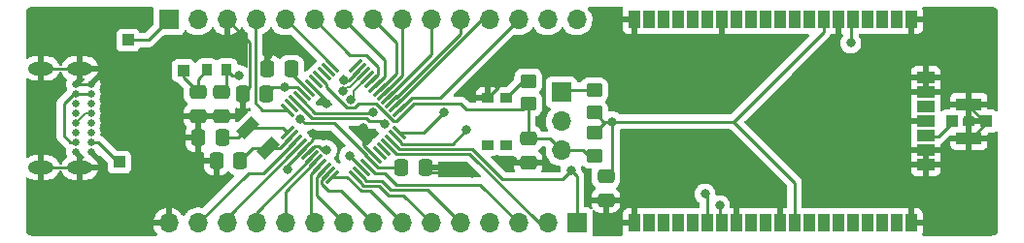
<source format=gtl>
G04 #@! TF.GenerationSoftware,KiCad,Pcbnew,6.0.8-f2edbf62ab~116~ubuntu22.04.1*
G04 #@! TF.CreationDate,2022-10-28T12:05:05+02:00*
G04 #@! TF.ProjectId,FLWSB-SAMDaaNo21,464c5753-422d-4534-914d-4461614e6f32,1.0*
G04 #@! TF.SameCoordinates,Original*
G04 #@! TF.FileFunction,Copper,L1,Top*
G04 #@! TF.FilePolarity,Positive*
%FSLAX46Y46*%
G04 Gerber Fmt 4.6, Leading zero omitted, Abs format (unit mm)*
G04 Created by KiCad (PCBNEW 6.0.8-f2edbf62ab~116~ubuntu22.04.1) date 2022-10-28 12:05:05*
%MOMM*%
%LPD*%
G01*
G04 APERTURE LIST*
G04 Aperture macros list*
%AMRoundRect*
0 Rectangle with rounded corners*
0 $1 Rounding radius*
0 $2 $3 $4 $5 $6 $7 $8 $9 X,Y pos of 4 corners*
0 Add a 4 corners polygon primitive as box body*
4,1,4,$2,$3,$4,$5,$6,$7,$8,$9,$2,$3,0*
0 Add four circle primitives for the rounded corners*
1,1,$1+$1,$2,$3*
1,1,$1+$1,$4,$5*
1,1,$1+$1,$6,$7*
1,1,$1+$1,$8,$9*
0 Add four rect primitives between the rounded corners*
20,1,$1+$1,$2,$3,$4,$5,0*
20,1,$1+$1,$4,$5,$6,$7,0*
20,1,$1+$1,$6,$7,$8,$9,0*
20,1,$1+$1,$8,$9,$2,$3,0*%
%AMRotRect*
0 Rectangle, with rotation*
0 The origin of the aperture is its center*
0 $1 length*
0 $2 width*
0 $3 Rotation angle, in degrees counterclockwise*
0 Add horizontal line*
21,1,$1,$2,0,0,$3*%
G04 Aperture macros list end*
G04 #@! TA.AperFunction,SMDPad,CuDef*
%ADD10RoundRect,0.250000X-0.337500X-0.475000X0.337500X-0.475000X0.337500X0.475000X-0.337500X0.475000X0*%
G04 #@! TD*
G04 #@! TA.AperFunction,SMDPad,CuDef*
%ADD11R,1.000000X1.000000*%
G04 #@! TD*
G04 #@! TA.AperFunction,SMDPad,CuDef*
%ADD12R,2.200000X1.050000*%
G04 #@! TD*
G04 #@! TA.AperFunction,SMDPad,CuDef*
%ADD13R,0.990600X0.889000*%
G04 #@! TD*
G04 #@! TA.AperFunction,ComponentPad*
%ADD14R,1.700000X1.700000*%
G04 #@! TD*
G04 #@! TA.AperFunction,ComponentPad*
%ADD15O,1.700000X1.700000*%
G04 #@! TD*
G04 #@! TA.AperFunction,SMDPad,CuDef*
%ADD16RoundRect,0.250000X-0.450000X0.350000X-0.450000X-0.350000X0.450000X-0.350000X0.450000X0.350000X0*%
G04 #@! TD*
G04 #@! TA.AperFunction,SMDPad,CuDef*
%ADD17RoundRect,0.250000X0.475000X-0.337500X0.475000X0.337500X-0.475000X0.337500X-0.475000X-0.337500X0*%
G04 #@! TD*
G04 #@! TA.AperFunction,SMDPad,CuDef*
%ADD18R,1.016000X1.524000*%
G04 #@! TD*
G04 #@! TA.AperFunction,SMDPad,CuDef*
%ADD19R,1.524000X1.016000*%
G04 #@! TD*
G04 #@! TA.AperFunction,SMDPad,CuDef*
%ADD20RoundRect,0.250000X0.450000X-0.350000X0.450000X0.350000X-0.450000X0.350000X-0.450000X-0.350000X0*%
G04 #@! TD*
G04 #@! TA.AperFunction,ComponentPad*
%ADD21R,1.000000X1.000000*%
G04 #@! TD*
G04 #@! TA.AperFunction,SMDPad,CuDef*
%ADD22R,0.900000X1.000000*%
G04 #@! TD*
G04 #@! TA.AperFunction,SMDPad,CuDef*
%ADD23RoundRect,0.075000X-0.415425X-0.521491X0.521491X0.415425X0.415425X0.521491X-0.521491X-0.415425X0*%
G04 #@! TD*
G04 #@! TA.AperFunction,SMDPad,CuDef*
%ADD24RoundRect,0.075000X0.415425X-0.521491X0.521491X-0.415425X-0.415425X0.521491X-0.521491X0.415425X0*%
G04 #@! TD*
G04 #@! TA.AperFunction,SMDPad,CuDef*
%ADD25RoundRect,0.250000X0.337500X0.475000X-0.337500X0.475000X-0.337500X-0.475000X0.337500X-0.475000X0*%
G04 #@! TD*
G04 #@! TA.AperFunction,SMDPad,CuDef*
%ADD26RotRect,1.000000X1.800000X315.000000*%
G04 #@! TD*
G04 #@! TA.AperFunction,ComponentPad*
%ADD27C,0.650000*%
G04 #@! TD*
G04 #@! TA.AperFunction,ComponentPad*
%ADD28O,2.216000X1.108000*%
G04 #@! TD*
G04 #@! TA.AperFunction,ViaPad*
%ADD29C,0.800000*%
G04 #@! TD*
G04 #@! TA.AperFunction,Conductor*
%ADD30C,0.250000*%
G04 #@! TD*
G04 #@! TA.AperFunction,Conductor*
%ADD31C,0.200000*%
G04 #@! TD*
G04 APERTURE END LIST*
D10*
X102960074Y-76339145D03*
X105035074Y-76339145D03*
D11*
X164749311Y-78725000D03*
D12*
X166249311Y-80200000D03*
X166249311Y-77250000D03*
D11*
X167749311Y-78725000D03*
D13*
X124294999Y-80789998D03*
X124294999Y-76690002D03*
X125895001Y-80789998D03*
X125895001Y-76690002D03*
D14*
X132080000Y-87630000D03*
D15*
X129540000Y-87630000D03*
X127000000Y-87630000D03*
X124460000Y-87630000D03*
X121920000Y-87630000D03*
X119380000Y-87630000D03*
X116840000Y-87630000D03*
X114300000Y-87630000D03*
X111760000Y-87630000D03*
X109220000Y-87630000D03*
X106680000Y-87630000D03*
X104140000Y-87630000D03*
X101600000Y-87630000D03*
X99060000Y-87630000D03*
X96520000Y-87630000D03*
D16*
X133599141Y-79736329D03*
X133599141Y-81736329D03*
D17*
X127847800Y-82317500D03*
X127847800Y-80242500D03*
D18*
X137083000Y-87625000D03*
X138353000Y-87625000D03*
X139623000Y-87625000D03*
X140893000Y-87625000D03*
X142163000Y-87625000D03*
X143433000Y-87625000D03*
X144703000Y-87625000D03*
X145973000Y-87625000D03*
X147243000Y-87625000D03*
X148513000Y-87625000D03*
X149783000Y-87625000D03*
X151053000Y-87625000D03*
X152323000Y-87625000D03*
X153593000Y-87625000D03*
X154863000Y-87625000D03*
X156133000Y-87625000D03*
X157403000Y-87625000D03*
X158673000Y-87625000D03*
X159943000Y-87625000D03*
X161213000Y-87625000D03*
D19*
X162483000Y-82525000D03*
X162483000Y-81255000D03*
X162483000Y-79985000D03*
X162483000Y-78715000D03*
X162483000Y-77445000D03*
X162483000Y-76175000D03*
X162483000Y-74905000D03*
D18*
X161213000Y-69825000D03*
X159943000Y-69825000D03*
X158673000Y-69825000D03*
X157403000Y-69825000D03*
X156133000Y-69825000D03*
X154863000Y-69825000D03*
X153593000Y-69825000D03*
X152323000Y-69825000D03*
X151053000Y-69825000D03*
X149783000Y-69825000D03*
X148513000Y-69825000D03*
X147243000Y-69825000D03*
X145973000Y-69825000D03*
X144703000Y-69825000D03*
X143433000Y-69825000D03*
X142163000Y-69825000D03*
X140893000Y-69825000D03*
X139623000Y-69825000D03*
X138353000Y-69825000D03*
X137083000Y-69825000D03*
D16*
X127847800Y-75200000D03*
X127847800Y-77200000D03*
D20*
X133597705Y-77979754D03*
X133597705Y-75979754D03*
D21*
X92202000Y-82296000D03*
D22*
X99860509Y-74251432D03*
X101560509Y-74251432D03*
D14*
X96520000Y-69850000D03*
D15*
X99060000Y-69850000D03*
X101600000Y-69850000D03*
X104140000Y-69850000D03*
X106680000Y-69850000D03*
X109220000Y-69850000D03*
X111760000Y-69850000D03*
X114300000Y-69850000D03*
X116840000Y-69850000D03*
X119380000Y-69850000D03*
X121920000Y-69850000D03*
X124460000Y-69850000D03*
X127000000Y-69850000D03*
X129540000Y-69850000D03*
X132080000Y-69850000D03*
D21*
X92964000Y-71628000D03*
D17*
X101092000Y-78275000D03*
X101092000Y-76200000D03*
X99060000Y-78275000D03*
X99060000Y-76200000D03*
D10*
X116818500Y-82804000D03*
X118893500Y-82804000D03*
D21*
X97790000Y-74295000D03*
D23*
X106872124Y-79738788D03*
X107225678Y-80092342D03*
X107579231Y-80445895D03*
X107932785Y-80799449D03*
X108286338Y-81153002D03*
X108639891Y-81506555D03*
X108993445Y-81860109D03*
X109346998Y-82213662D03*
X109700551Y-82567215D03*
X110054105Y-82920769D03*
X110407658Y-83274322D03*
X110761212Y-83627876D03*
D24*
X112758788Y-83627876D03*
X113112342Y-83274322D03*
X113465895Y-82920769D03*
X113819449Y-82567215D03*
X114173002Y-82213662D03*
X114526555Y-81860109D03*
X114880109Y-81506555D03*
X115233662Y-81153002D03*
X115587215Y-80799449D03*
X115940769Y-80445895D03*
X116294322Y-80092342D03*
X116647876Y-79738788D03*
D23*
X116647876Y-77741212D03*
X116294322Y-77387658D03*
X115940769Y-77034105D03*
X115587215Y-76680551D03*
X115233662Y-76326998D03*
X114880109Y-75973445D03*
X114526555Y-75619891D03*
X114173002Y-75266338D03*
X113819449Y-74912785D03*
X113465895Y-74559231D03*
X113112342Y-74205678D03*
X112758788Y-73852124D03*
D24*
X110761212Y-73852124D03*
X110407658Y-74205678D03*
X110054105Y-74559231D03*
X109700551Y-74912785D03*
X109346998Y-75266338D03*
X108993445Y-75619891D03*
X108639891Y-75973445D03*
X108286338Y-76326998D03*
X107932785Y-76680551D03*
X107579231Y-77034105D03*
X107225678Y-77387658D03*
X106872124Y-77741212D03*
D25*
X102752564Y-82190734D03*
X100677564Y-82190734D03*
X107209500Y-74168000D03*
X105134500Y-74168000D03*
D14*
X130725015Y-76200000D03*
D15*
X130725015Y-78740000D03*
X130725015Y-81280000D03*
D26*
X105181177Y-81088430D03*
X103413411Y-79320664D03*
D17*
X134620000Y-85619500D03*
X134620000Y-83544500D03*
D27*
X89750917Y-75471000D03*
X89750917Y-76321000D03*
X89750917Y-77171000D03*
X89750917Y-78021000D03*
X89750917Y-78871000D03*
X89750917Y-79721000D03*
X89750917Y-80571000D03*
X89750917Y-81421000D03*
X88400917Y-81421000D03*
X88400917Y-80571000D03*
X88400917Y-79721000D03*
X88400917Y-78871000D03*
X88400917Y-78021000D03*
X88400917Y-77171000D03*
X88400917Y-76321000D03*
X88400917Y-75471000D03*
D28*
X88770917Y-74121000D03*
X88770917Y-82771000D03*
X85390917Y-82771000D03*
X85390917Y-74121000D03*
D25*
X101159739Y-80171673D03*
X99084739Y-80171673D03*
D29*
X113512152Y-79276413D03*
X126492000Y-82169000D03*
X97536000Y-80772000D03*
X110236000Y-77216000D03*
X109100320Y-79808143D03*
X111765373Y-75122979D03*
X96520000Y-82804000D03*
X134874000Y-69850000D03*
X106834093Y-82958093D03*
X105156000Y-72935500D03*
X122931700Y-83316300D03*
X160274000Y-78740000D03*
X134620000Y-87630000D03*
X125222000Y-74422000D03*
X106612940Y-75759060D03*
X135189916Y-78773524D03*
X107994420Y-78509246D03*
X110270070Y-81245930D03*
X102671299Y-74731299D03*
X112388456Y-76821360D03*
X111677700Y-76118629D03*
X114357515Y-77978052D03*
X115368705Y-78989241D03*
X120523000Y-77940500D03*
X122428000Y-79502000D03*
X131572000Y-83058000D03*
X144526000Y-86106000D03*
X143256000Y-85090000D03*
X112268000Y-81788000D03*
X155956000Y-71882000D03*
D30*
X96520000Y-69850000D02*
X94742000Y-71628000D01*
X94742000Y-71628000D02*
X92964000Y-71628000D01*
X160330000Y-78796000D02*
X160274000Y-78740000D01*
X105134500Y-74168000D02*
X105156000Y-74146500D01*
X103596956Y-71846956D02*
X101600000Y-69850000D01*
X105156000Y-74146500D02*
X105156000Y-72935500D01*
X162483000Y-78796000D02*
X160330000Y-78796000D01*
X108286338Y-81153002D02*
X106834093Y-82605247D01*
X113512152Y-80845706D02*
X114526555Y-81860109D01*
X113112342Y-74205678D02*
X112195041Y-75122979D01*
X166274311Y-80375917D02*
X167749311Y-78900917D01*
X126492000Y-82169000D02*
X127699300Y-82169000D01*
X134620000Y-85619500D02*
X134620000Y-87630000D01*
X108286338Y-81153002D02*
X109100320Y-80339020D01*
X88400917Y-75471000D02*
X89750917Y-75471000D01*
X167724311Y-78900917D02*
X166249311Y-77425917D01*
X109100320Y-80339020D02*
X109100320Y-79808143D01*
X113512152Y-79276413D02*
X113512152Y-80845706D01*
X134930000Y-69906000D02*
X134874000Y-69850000D01*
X110236000Y-76897802D02*
X108993445Y-75655247D01*
X127699300Y-82169000D02*
X127847800Y-82317500D01*
X167749311Y-78900917D02*
X167724311Y-78900917D01*
X85390917Y-82771000D02*
X85795774Y-82771000D01*
X125222000Y-74422000D02*
X125222000Y-75763001D01*
X85390917Y-82771000D02*
X88770917Y-82771000D01*
X122838400Y-83223000D02*
X121363015Y-83223000D01*
X103596956Y-75702263D02*
X103596956Y-71846956D01*
X118893500Y-82804000D02*
X119312500Y-83223000D01*
X137083000Y-69906000D02*
X134930000Y-69906000D01*
X112195041Y-75122979D02*
X111765373Y-75122979D01*
X166249311Y-80375917D02*
X166274311Y-80375917D01*
X106834093Y-82605247D02*
X106834093Y-82958093D01*
X85390917Y-74121000D02*
X85390917Y-82771000D01*
X125222000Y-75763001D02*
X124294999Y-76690002D01*
X102960074Y-76339145D02*
X103596956Y-75702263D01*
X110236000Y-77216000D02*
X110236000Y-76897802D01*
X108993445Y-75655247D02*
X108993445Y-75619891D01*
X85390917Y-74121000D02*
X88770917Y-74121000D01*
X119312500Y-83223000D02*
X121363015Y-83223000D01*
X122931700Y-83316300D02*
X122838400Y-83223000D01*
X112045275Y-77546360D02*
X110268489Y-75769574D01*
X117845340Y-77215500D02*
X116398137Y-78662703D01*
X110268489Y-75480723D02*
X109700551Y-74912785D01*
X130725015Y-81280000D02*
X129709015Y-80264000D01*
X110268489Y-75769574D02*
X110268489Y-75480723D01*
X116066765Y-78662703D02*
X114620062Y-77216000D01*
X127323800Y-77724000D02*
X122474805Y-77724000D01*
X114620062Y-77216000D02*
X113019121Y-77216000D01*
X127847800Y-80242500D02*
X127847800Y-77200000D01*
X122474805Y-77724000D02*
X121966305Y-77215500D01*
X127869300Y-80264000D02*
X127847800Y-80242500D01*
X127847800Y-77200000D02*
X127323800Y-77724000D01*
X129709015Y-80264000D02*
X127869300Y-80264000D01*
X121966305Y-77215500D02*
X117845340Y-77215500D01*
X112688761Y-77546360D02*
X112045275Y-77546360D01*
X132654483Y-81280000D02*
X130725015Y-81280000D01*
X113019121Y-77216000D02*
X112688761Y-77546360D01*
X133110812Y-81736329D02*
X132654483Y-81280000D01*
X116398137Y-78662703D02*
X116066765Y-78662703D01*
X105035074Y-76339145D02*
X105615159Y-75759060D01*
X153593000Y-70918000D02*
X153593000Y-69906000D01*
X110910194Y-78915500D02*
X113787347Y-81792653D01*
X97790000Y-74930000D02*
X99060000Y-76200000D01*
X134566805Y-78773524D02*
X133604000Y-79736329D01*
X107718400Y-75759060D02*
X106612940Y-75759060D01*
X108286338Y-76326998D02*
X107718400Y-75759060D01*
X151053000Y-87706000D02*
X151053000Y-84089048D01*
X145737476Y-78773524D02*
X153593000Y-70918000D01*
X151053000Y-84089048D02*
X145737476Y-78773524D01*
X108400674Y-78915500D02*
X110910194Y-78915500D01*
X134620000Y-83820000D02*
X135189916Y-83250084D01*
X135189916Y-83250084D02*
X135189916Y-78773524D01*
X99060000Y-75051941D02*
X99860509Y-74251432D01*
X107994420Y-78509246D02*
X108400674Y-78915500D01*
X135189916Y-78773524D02*
X134391475Y-78773524D01*
X114763340Y-82804000D02*
X116818500Y-82804000D01*
X134391475Y-78773524D02*
X133597705Y-77979754D01*
X135189916Y-78773524D02*
X134566805Y-78773524D01*
X97790000Y-74295000D02*
X97790000Y-74930000D01*
X114173002Y-82213662D02*
X114763340Y-82804000D01*
X135189916Y-78773524D02*
X145737476Y-78773524D01*
X99060000Y-76200000D02*
X99060000Y-75051941D01*
X105615159Y-75759060D02*
X106612940Y-75759060D01*
X103413411Y-79320664D02*
X102562402Y-80171673D01*
X106872124Y-79738788D02*
X106454000Y-79320664D01*
X102562402Y-80171673D02*
X101159739Y-80171673D01*
X106454000Y-79320664D02*
X103413411Y-79320664D01*
X105181177Y-81088430D02*
X103823570Y-81088430D01*
X106229590Y-81088430D02*
X105181177Y-81088430D01*
X103823570Y-81088430D02*
X102752564Y-82159436D01*
X107225678Y-80092342D02*
X106229590Y-81088430D01*
X102752564Y-82159436D02*
X102752564Y-82190734D01*
X102671299Y-74731299D02*
X102040376Y-74731299D01*
X102040376Y-74731299D02*
X101560509Y-74251432D01*
X109574556Y-80938618D02*
X109207828Y-80938618D01*
X101560509Y-74251432D02*
X101560509Y-75731491D01*
X110270070Y-81245930D02*
X109881868Y-81245930D01*
X109881868Y-81245930D02*
X109574556Y-80938618D01*
X109207828Y-80938618D02*
X108639891Y-81506555D01*
X101560509Y-75731491D02*
X101092000Y-76200000D01*
X107209500Y-74543054D02*
X107209500Y-74168000D01*
X108639891Y-75973445D02*
X107209500Y-74543054D01*
X90340424Y-80571000D02*
X92065424Y-82296000D01*
X92065424Y-82296000D02*
X92202000Y-82296000D01*
X88400917Y-76321000D02*
X88271000Y-76321000D01*
X88400917Y-76321000D02*
X89750917Y-76321000D01*
X87376000Y-80010000D02*
X87376000Y-77216000D01*
X88400917Y-80571000D02*
X87937000Y-80571000D01*
X88271000Y-76321000D02*
X87376000Y-77216000D01*
X89750917Y-80571000D02*
X90340424Y-80571000D01*
X87937000Y-80571000D02*
X87376000Y-80010000D01*
D31*
X113819449Y-74912785D02*
X113784094Y-74912785D01*
X112596777Y-76100103D02*
X112596777Y-76613039D01*
X112596777Y-76613039D02*
X112388456Y-76821360D01*
X113784094Y-74912785D02*
X112596777Y-76100103D01*
X112278577Y-75781903D02*
X113465895Y-74594586D01*
X111677700Y-76118629D02*
X112014426Y-75781903D01*
X113465895Y-74594586D02*
X113465895Y-74559231D01*
X88434801Y-78871000D02*
X89284801Y-78021000D01*
X112014426Y-75781903D02*
X112278577Y-75781903D01*
X88400917Y-78871000D02*
X88434801Y-78871000D01*
X89284801Y-78021000D02*
X89750917Y-78021000D01*
D30*
X109267734Y-78015500D02*
X107932785Y-76680551D01*
X114357515Y-77978052D02*
X114320067Y-78015500D01*
X114320067Y-78015500D02*
X109267734Y-78015500D01*
X130945261Y-75979754D02*
X130725015Y-76200000D01*
X133109376Y-75979754D02*
X130945261Y-75979754D01*
X113724695Y-78465500D02*
X108975272Y-78465500D01*
X113999695Y-78740500D02*
X113724695Y-78465500D01*
X108975272Y-78465500D02*
X107710886Y-77201114D01*
X115119964Y-78740500D02*
X113999695Y-78740500D01*
X115368705Y-78989241D02*
X115119964Y-78740500D01*
X116840000Y-74720660D02*
X115233662Y-76326998D01*
X116840000Y-69850000D02*
X116840000Y-74720660D01*
X119380000Y-69850000D02*
X119380000Y-72887766D01*
X119380000Y-72887766D02*
X115587215Y-76680551D01*
X118724712Y-79738788D02*
X116647876Y-79738788D01*
X120523000Y-77940500D02*
X118724712Y-79738788D01*
X116897614Y-80695634D02*
X116294322Y-80092342D01*
X121234366Y-80695634D02*
X116897614Y-80695634D01*
X122428000Y-79502000D02*
X121234366Y-80695634D01*
X113819449Y-82567215D02*
X114506234Y-83254000D01*
X114506234Y-83254000D02*
X115301000Y-83254000D01*
X115301000Y-83254000D02*
X116332000Y-84285000D01*
X116332000Y-84285000D02*
X123655000Y-84285000D01*
X123655000Y-84285000D02*
X127000000Y-87630000D01*
X114046000Y-84836000D02*
X116840000Y-87630000D01*
X113284000Y-84836000D02*
X114046000Y-84836000D01*
X110761212Y-83627876D02*
X112075876Y-83627876D01*
X112075876Y-83627876D02*
X113284000Y-84836000D01*
X110407658Y-83274322D02*
X109839721Y-83842259D01*
X110466734Y-84836000D02*
X111506000Y-84836000D01*
X109839721Y-83842259D02*
X109839721Y-84208987D01*
X109839721Y-84208987D02*
X110466734Y-84836000D01*
X111506000Y-84836000D02*
X114300000Y-87630000D01*
X101600000Y-87167588D02*
X107487588Y-81280000D01*
X101600000Y-87630000D02*
X101600000Y-87167588D01*
X104784392Y-83240734D02*
X107579231Y-80445895D01*
X103449266Y-83240734D02*
X104784392Y-83240734D01*
X99060000Y-87630000D02*
X103449266Y-83240734D01*
X104665212Y-77741212D02*
X106872124Y-77741212D01*
X104046956Y-77122956D02*
X104665212Y-77741212D01*
X104046956Y-69943044D02*
X104046956Y-77122956D01*
X104140000Y-69850000D02*
X104046956Y-69943044D01*
X116332000Y-71882000D02*
X116332000Y-74521554D01*
X114300000Y-69850000D02*
X116332000Y-71882000D01*
X116332000Y-74521554D02*
X114880109Y-75973445D01*
X108993445Y-81860109D02*
X104140000Y-86713554D01*
X104140000Y-86713554D02*
X104140000Y-87630000D01*
X109346998Y-82213662D02*
X106680000Y-84880660D01*
X106680000Y-84880660D02*
X106680000Y-87630000D01*
X124460000Y-69850000D02*
X123796624Y-69850000D01*
X123796624Y-69850000D02*
X116294322Y-77352302D01*
X116294322Y-77352302D02*
X116294322Y-77387658D01*
X117681088Y-76708000D02*
X120142000Y-76708000D01*
X120142000Y-76708000D02*
X127000000Y-69850000D01*
X116647876Y-77741212D02*
X117681088Y-76708000D01*
X121920000Y-71090228D02*
X116317114Y-76693114D01*
X121920000Y-69850000D02*
X121920000Y-71090228D01*
X125604396Y-83820000D02*
X130810000Y-83820000D01*
X131572000Y-83058000D02*
X132080000Y-83566000D01*
X132080000Y-83566000D02*
X132080000Y-87630000D01*
X122930030Y-81145634D02*
X125604396Y-83820000D01*
X115940769Y-80445895D02*
X116640508Y-81145634D01*
X116640508Y-81145634D02*
X122930030Y-81145634D01*
X130810000Y-83820000D02*
X131572000Y-83058000D01*
X116383400Y-81595634D02*
X122743634Y-81595634D01*
X122743634Y-81595634D02*
X128778000Y-87630000D01*
X115587215Y-80799449D02*
X116383400Y-81595634D01*
X128778000Y-87630000D02*
X129540000Y-87630000D01*
X114776294Y-73997661D02*
X114776294Y-74663046D01*
X114776294Y-74663046D02*
X114173002Y-75266338D01*
X109220000Y-69850000D02*
X112300633Y-72930633D01*
X112300633Y-72930633D02*
X113709266Y-72930633D01*
X113709266Y-72930633D02*
X114776294Y-73997661D01*
X115316000Y-74830446D02*
X114526555Y-75619891D01*
X111760000Y-69850000D02*
X115316000Y-73406000D01*
X115316000Y-73406000D02*
X115316000Y-74830446D01*
X119025000Y-84735000D02*
X121920000Y-87630000D01*
X115851396Y-84735000D02*
X119025000Y-84735000D01*
X113112342Y-83274322D02*
X113774020Y-83936000D01*
X144526000Y-87529000D02*
X144703000Y-87706000D01*
X115052396Y-83936000D02*
X115851396Y-84735000D01*
X113774020Y-83936000D02*
X115052396Y-83936000D01*
X144526000Y-86106000D02*
X144526000Y-87529000D01*
X113516912Y-84386000D02*
X114866000Y-84386000D01*
X143256000Y-85090000D02*
X143433000Y-85267000D01*
X112758788Y-83627876D02*
X113516912Y-84386000D01*
X143433000Y-85267000D02*
X143433000Y-87706000D01*
X114866000Y-84386000D02*
X115665000Y-85185000D01*
X115665000Y-85185000D02*
X116935000Y-85185000D01*
X116935000Y-85185000D02*
X119380000Y-87630000D01*
X109389721Y-83585153D02*
X109389721Y-85259721D01*
X110054105Y-82920769D02*
X109389721Y-83585153D01*
X109389721Y-85259721D02*
X111760000Y-87630000D01*
X108939721Y-83328045D02*
X108939721Y-87349721D01*
X108939721Y-87349721D02*
X109220000Y-87630000D01*
X109700551Y-82567215D02*
X108939721Y-83328045D01*
X125895001Y-76690002D02*
X127385003Y-75200000D01*
X127385003Y-75200000D02*
X127847800Y-75200000D01*
X106759088Y-69850000D02*
X106680000Y-69850000D01*
X110761212Y-73852124D02*
X106759088Y-69850000D01*
X155956000Y-70083000D02*
X156133000Y-69906000D01*
X113465895Y-82920769D02*
X112333126Y-81788000D01*
X112333126Y-81788000D02*
X112268000Y-81788000D01*
X155956000Y-71882000D02*
X155956000Y-70083000D01*
X164749311Y-78900917D02*
X163584228Y-80066000D01*
X163584228Y-80066000D02*
X162483000Y-80066000D01*
G04 #@! TA.AperFunction,Conductor*
G36*
X95119836Y-68735609D02*
G01*
X95166329Y-68789265D01*
X95176433Y-68859539D01*
X95172592Y-68874537D01*
X95172856Y-68874600D01*
X95171029Y-68882284D01*
X95168255Y-68889684D01*
X95161500Y-68951866D01*
X95161500Y-70260405D01*
X95141498Y-70328526D01*
X95124595Y-70349500D01*
X94516500Y-70957595D01*
X94454188Y-70991621D01*
X94427405Y-70994500D01*
X94044382Y-70994500D01*
X93976261Y-70974498D01*
X93929768Y-70920842D01*
X93926401Y-70912731D01*
X93917769Y-70889707D01*
X93917767Y-70889703D01*
X93914615Y-70881295D01*
X93827261Y-70764739D01*
X93710705Y-70677385D01*
X93574316Y-70626255D01*
X93512134Y-70619500D01*
X92415866Y-70619500D01*
X92353684Y-70626255D01*
X92217295Y-70677385D01*
X92100739Y-70764739D01*
X92013385Y-70881295D01*
X91962255Y-71017684D01*
X91955500Y-71079866D01*
X91955500Y-72176134D01*
X91962255Y-72238316D01*
X92013385Y-72374705D01*
X92100739Y-72491261D01*
X92217295Y-72578615D01*
X92353684Y-72629745D01*
X92415866Y-72636500D01*
X93512134Y-72636500D01*
X93574316Y-72629745D01*
X93710705Y-72578615D01*
X93827261Y-72491261D01*
X93914615Y-72374705D01*
X93917769Y-72366293D01*
X93926401Y-72343269D01*
X93969043Y-72286505D01*
X94035605Y-72261806D01*
X94044382Y-72261500D01*
X94663233Y-72261500D01*
X94674416Y-72262027D01*
X94681909Y-72263702D01*
X94689835Y-72263453D01*
X94689836Y-72263453D01*
X94749986Y-72261562D01*
X94753945Y-72261500D01*
X94781856Y-72261500D01*
X94785791Y-72261003D01*
X94785856Y-72260995D01*
X94797693Y-72260062D01*
X94829951Y-72259048D01*
X94833970Y-72258922D01*
X94841889Y-72258673D01*
X94861343Y-72253021D01*
X94880700Y-72249013D01*
X94892930Y-72247468D01*
X94892931Y-72247468D01*
X94900797Y-72246474D01*
X94908168Y-72243555D01*
X94908170Y-72243555D01*
X94941912Y-72230196D01*
X94953142Y-72226351D01*
X94987983Y-72216229D01*
X94987984Y-72216229D01*
X94995593Y-72214018D01*
X95002412Y-72209985D01*
X95002417Y-72209983D01*
X95013028Y-72203707D01*
X95030776Y-72195012D01*
X95049617Y-72187552D01*
X95085387Y-72161564D01*
X95095307Y-72155048D01*
X95126535Y-72136580D01*
X95126538Y-72136578D01*
X95133362Y-72132542D01*
X95147683Y-72118221D01*
X95162717Y-72105380D01*
X95172694Y-72098131D01*
X95179107Y-72093472D01*
X95207298Y-72059395D01*
X95215288Y-72050616D01*
X96020499Y-71245405D01*
X96082811Y-71211379D01*
X96109594Y-71208500D01*
X97418134Y-71208500D01*
X97480316Y-71201745D01*
X97616705Y-71150615D01*
X97733261Y-71063261D01*
X97820615Y-70946705D01*
X97842799Y-70887529D01*
X97864598Y-70829382D01*
X97907240Y-70772618D01*
X97973802Y-70747918D01*
X98043150Y-70763126D01*
X98077817Y-70791114D01*
X98106250Y-70823938D01*
X98278126Y-70966632D01*
X98471000Y-71079338D01*
X98475825Y-71081180D01*
X98475826Y-71081181D01*
X98513324Y-71095500D01*
X98679692Y-71159030D01*
X98684760Y-71160061D01*
X98684763Y-71160062D01*
X98766311Y-71176653D01*
X98898597Y-71203567D01*
X98903772Y-71203757D01*
X98903774Y-71203757D01*
X99116673Y-71211564D01*
X99116677Y-71211564D01*
X99121837Y-71211753D01*
X99126957Y-71211097D01*
X99126959Y-71211097D01*
X99338288Y-71184025D01*
X99338289Y-71184025D01*
X99343416Y-71183368D01*
X99348369Y-71181882D01*
X99552429Y-71120661D01*
X99552434Y-71120659D01*
X99557384Y-71119174D01*
X99757994Y-71020896D01*
X99939860Y-70891173D01*
X100006211Y-70825054D01*
X100059531Y-70771919D01*
X100098096Y-70733489D01*
X100118851Y-70704606D01*
X100228453Y-70552077D01*
X100229640Y-70552930D01*
X100276960Y-70509362D01*
X100346897Y-70497145D01*
X100412338Y-70524678D01*
X100440166Y-70556511D01*
X100497694Y-70650388D01*
X100503777Y-70658699D01*
X100643213Y-70819667D01*
X100650580Y-70826883D01*
X100814434Y-70962916D01*
X100822881Y-70968831D01*
X101006756Y-71076279D01*
X101016042Y-71080729D01*
X101215001Y-71156703D01*
X101224899Y-71159579D01*
X101328250Y-71180606D01*
X101342299Y-71179410D01*
X101346000Y-71169065D01*
X101346000Y-69722000D01*
X101366002Y-69653879D01*
X101419658Y-69607386D01*
X101472000Y-69596000D01*
X101728000Y-69596000D01*
X101796121Y-69616002D01*
X101842614Y-69669658D01*
X101854000Y-69722000D01*
X101854000Y-71168517D01*
X101858064Y-71182359D01*
X101871478Y-71184393D01*
X101878184Y-71183534D01*
X101888262Y-71181392D01*
X102092255Y-71120191D01*
X102101842Y-71116433D01*
X102293095Y-71022739D01*
X102301945Y-71017464D01*
X102475328Y-70893792D01*
X102483200Y-70887139D01*
X102634052Y-70736812D01*
X102640730Y-70728965D01*
X102768022Y-70551819D01*
X102769279Y-70552722D01*
X102816373Y-70509362D01*
X102886311Y-70497145D01*
X102951751Y-70524678D01*
X102979579Y-70556511D01*
X103039987Y-70655088D01*
X103186250Y-70823938D01*
X103267235Y-70891173D01*
X103329329Y-70942724D01*
X103358126Y-70966632D01*
X103360227Y-70967860D01*
X103404057Y-71022697D01*
X103413456Y-71070449D01*
X103413456Y-73900251D01*
X103393454Y-73968372D01*
X103339798Y-74014865D01*
X103269524Y-74024969D01*
X103213395Y-74002187D01*
X103133393Y-73944062D01*
X103133392Y-73944061D01*
X103128051Y-73940181D01*
X103122023Y-73937497D01*
X103122021Y-73937496D01*
X102959618Y-73865190D01*
X102959617Y-73865190D01*
X102953587Y-73862505D01*
X102860187Y-73842652D01*
X102773243Y-73824171D01*
X102773238Y-73824171D01*
X102766786Y-73822799D01*
X102644657Y-73822799D01*
X102576536Y-73802797D01*
X102530043Y-73749141D01*
X102519009Y-73704296D01*
X102519009Y-73703298D01*
X102512254Y-73641116D01*
X102461124Y-73504727D01*
X102373770Y-73388171D01*
X102257214Y-73300817D01*
X102120825Y-73249687D01*
X102058643Y-73242932D01*
X101062375Y-73242932D01*
X101000193Y-73249687D01*
X100863804Y-73300817D01*
X100856619Y-73306202D01*
X100856617Y-73306203D01*
X100786074Y-73359072D01*
X100719567Y-73383920D01*
X100650185Y-73368867D01*
X100634944Y-73359072D01*
X100564401Y-73306203D01*
X100564399Y-73306202D01*
X100557214Y-73300817D01*
X100420825Y-73249687D01*
X100358643Y-73242932D01*
X99362375Y-73242932D01*
X99300193Y-73249687D01*
X99163804Y-73300817D01*
X99047248Y-73388171D01*
X98959894Y-73504727D01*
X98956742Y-73513135D01*
X98956740Y-73513139D01*
X98956679Y-73513301D01*
X98956576Y-73513438D01*
X98952432Y-73521007D01*
X98951339Y-73520409D01*
X98914037Y-73570065D01*
X98847475Y-73594764D01*
X98778127Y-73579556D01*
X98737872Y-73544635D01*
X98658642Y-73438919D01*
X98653261Y-73431739D01*
X98536705Y-73344385D01*
X98400316Y-73293255D01*
X98338134Y-73286500D01*
X97241866Y-73286500D01*
X97179684Y-73293255D01*
X97043295Y-73344385D01*
X96926739Y-73431739D01*
X96839385Y-73548295D01*
X96788255Y-73684684D01*
X96781500Y-73746866D01*
X96781500Y-74843134D01*
X96788255Y-74905316D01*
X96839385Y-75041705D01*
X96926739Y-75158261D01*
X97043295Y-75245615D01*
X97179684Y-75296745D01*
X97210554Y-75300098D01*
X97225929Y-75301769D01*
X97291491Y-75329011D01*
X97314255Y-75352968D01*
X97324528Y-75367107D01*
X97330634Y-75372158D01*
X97358605Y-75395298D01*
X97367384Y-75403288D01*
X97789595Y-75825499D01*
X97823621Y-75887811D01*
X97826500Y-75914594D01*
X97826500Y-76587900D01*
X97826837Y-76591146D01*
X97826837Y-76591150D01*
X97836464Y-76683927D01*
X97837474Y-76693666D01*
X97839655Y-76700202D01*
X97839655Y-76700204D01*
X97878622Y-76817002D01*
X97893450Y-76861446D01*
X97986522Y-77011848D01*
X98111697Y-77136805D01*
X98116235Y-77139602D01*
X98156824Y-77196853D01*
X98160054Y-77267776D01*
X98124428Y-77329187D01*
X98115932Y-77336562D01*
X98105793Y-77344598D01*
X97991261Y-77459329D01*
X97982249Y-77470740D01*
X97897184Y-77608743D01*
X97891037Y-77621924D01*
X97839862Y-77776210D01*
X97836995Y-77789586D01*
X97827328Y-77883938D01*
X97827000Y-77890355D01*
X97827000Y-78002885D01*
X97831475Y-78018124D01*
X97832865Y-78019329D01*
X97840548Y-78021000D01*
X102306884Y-78021000D01*
X102322123Y-78016525D01*
X102323328Y-78015135D01*
X102324999Y-78007452D01*
X102324999Y-77890405D01*
X102324662Y-77883886D01*
X102314743Y-77788294D01*
X102311851Y-77774900D01*
X102292002Y-77715405D01*
X102289418Y-77644456D01*
X102325601Y-77583372D01*
X102389066Y-77551547D01*
X102451194Y-77555936D01*
X102461284Y-77559283D01*
X102474660Y-77562150D01*
X102569012Y-77571817D01*
X102575428Y-77572145D01*
X102687959Y-77572145D01*
X102703198Y-77567670D01*
X102704403Y-77566280D01*
X102706074Y-77558597D01*
X102706074Y-76211145D01*
X102726076Y-76143024D01*
X102779732Y-76096531D01*
X102832074Y-76085145D01*
X103088074Y-76085145D01*
X103156195Y-76105147D01*
X103202688Y-76158803D01*
X103214074Y-76211145D01*
X103214074Y-77554029D01*
X103218549Y-77569268D01*
X103219939Y-77570473D01*
X103227622Y-77572144D01*
X103344669Y-77572144D01*
X103351188Y-77571807D01*
X103446780Y-77561888D01*
X103460177Y-77558995D01*
X103479383Y-77552588D01*
X103550332Y-77550004D01*
X103599575Y-77575029D01*
X103615551Y-77588246D01*
X103624329Y-77596234D01*
X103648324Y-77620229D01*
X103682350Y-77682541D01*
X103677285Y-77753356D01*
X103634738Y-77810192D01*
X103577093Y-77834051D01*
X103572940Y-77834646D01*
X103552068Y-77837635D01*
X103543900Y-77841349D01*
X103543899Y-77841349D01*
X103517568Y-77853321D01*
X103419472Y-77897922D01*
X103413319Y-77902869D01*
X103413316Y-77902871D01*
X103407665Y-77907415D01*
X103370726Y-77937115D01*
X102539028Y-78768813D01*
X102476716Y-78802839D01*
X102405901Y-78797774D01*
X102349065Y-78755227D01*
X102324254Y-78688707D01*
X102324552Y-78669279D01*
X102324508Y-78669277D01*
X102324571Y-78668039D01*
X102324589Y-78666881D01*
X102324672Y-78666075D01*
X102325000Y-78659646D01*
X102325000Y-78547115D01*
X102320525Y-78531876D01*
X102319135Y-78530671D01*
X102311452Y-78529000D01*
X99332115Y-78529000D01*
X99316876Y-78533475D01*
X99315671Y-78534865D01*
X99314000Y-78542548D01*
X99314000Y-78880558D01*
X99327133Y-78925284D01*
X99333637Y-78935406D01*
X99338739Y-78970899D01*
X99338739Y-81386557D01*
X99343214Y-81401796D01*
X99344604Y-81403001D01*
X99352287Y-81404672D01*
X99471159Y-81404672D01*
X99539280Y-81424674D01*
X99585773Y-81478330D01*
X99595877Y-81548604D01*
X99594360Y-81557082D01*
X99592059Y-81567815D01*
X99582392Y-81662172D01*
X99582064Y-81668589D01*
X99582064Y-81918619D01*
X99586539Y-81933858D01*
X99587929Y-81935063D01*
X99595612Y-81936734D01*
X100805564Y-81936734D01*
X100873685Y-81956736D01*
X100920178Y-82010392D01*
X100931564Y-82062734D01*
X100931564Y-83405618D01*
X100936039Y-83420857D01*
X100937429Y-83422062D01*
X100945112Y-83423733D01*
X101062159Y-83423733D01*
X101068678Y-83423396D01*
X101164270Y-83413477D01*
X101177664Y-83410585D01*
X101331848Y-83359146D01*
X101345026Y-83352973D01*
X101482871Y-83267671D01*
X101494272Y-83258635D01*
X101608802Y-83143906D01*
X101615858Y-83134972D01*
X101673776Y-83093911D01*
X101744699Y-83090681D01*
X101806110Y-83126308D01*
X101812910Y-83134141D01*
X101816586Y-83140082D01*
X101821768Y-83145255D01*
X101851201Y-83174637D01*
X101941761Y-83265039D01*
X101947991Y-83268879D01*
X101947992Y-83268880D01*
X102085352Y-83353550D01*
X102092326Y-83357849D01*
X102156758Y-83379220D01*
X102215119Y-83419650D01*
X102242356Y-83485214D01*
X102229823Y-83555096D01*
X102206187Y-83587908D01*
X99517345Y-86276750D01*
X99455033Y-86310776D01*
X99406154Y-86311702D01*
X99193373Y-86273800D01*
X99193367Y-86273799D01*
X99188284Y-86272894D01*
X99114452Y-86271992D01*
X98970081Y-86270228D01*
X98970079Y-86270228D01*
X98964911Y-86270165D01*
X98744091Y-86303955D01*
X98531756Y-86373357D01*
X98487549Y-86396370D01*
X98357975Y-86463822D01*
X98333607Y-86476507D01*
X98329474Y-86479610D01*
X98329471Y-86479612D01*
X98166146Y-86602240D01*
X98154965Y-86610635D01*
X98129541Y-86637240D01*
X98061280Y-86708671D01*
X98000629Y-86772138D01*
X97997720Y-86776403D01*
X97997714Y-86776411D01*
X97973130Y-86812450D01*
X97893204Y-86929618D01*
X97892898Y-86930066D01*
X97837987Y-86975069D01*
X97767462Y-86983240D01*
X97703715Y-86951986D01*
X97683018Y-86927502D01*
X97602426Y-86802926D01*
X97596136Y-86794757D01*
X97452806Y-86637240D01*
X97445273Y-86630215D01*
X97278139Y-86498222D01*
X97269552Y-86492517D01*
X97083117Y-86389599D01*
X97073705Y-86385369D01*
X96872959Y-86314280D01*
X96862988Y-86311646D01*
X96791837Y-86298972D01*
X96778540Y-86300432D01*
X96774000Y-86314989D01*
X96774000Y-87758000D01*
X96753998Y-87826121D01*
X96700342Y-87872614D01*
X96648000Y-87884000D01*
X95203225Y-87884000D01*
X95189694Y-87887973D01*
X95188257Y-87897966D01*
X95218565Y-88032446D01*
X95221645Y-88042275D01*
X95301770Y-88239603D01*
X95306413Y-88248794D01*
X95417694Y-88430388D01*
X95423772Y-88438692D01*
X95503745Y-88531015D01*
X95533228Y-88595601D01*
X95523113Y-88665873D01*
X95476612Y-88719522D01*
X95408512Y-88739513D01*
X84604447Y-88739806D01*
X84585062Y-88738305D01*
X84561371Y-88734616D01*
X84552468Y-88735780D01*
X84552465Y-88735780D01*
X84552351Y-88735795D01*
X84521902Y-88736066D01*
X84459830Y-88729071D01*
X84432325Y-88722793D01*
X84355241Y-88695820D01*
X84329820Y-88683578D01*
X84311587Y-88672121D01*
X84260670Y-88640128D01*
X84238611Y-88622537D01*
X84180861Y-88564786D01*
X84163270Y-88542727D01*
X84119821Y-88473578D01*
X84107579Y-88448157D01*
X84080607Y-88371075D01*
X84074329Y-88343571D01*
X84068073Y-88288060D01*
X84067289Y-88272407D01*
X84067398Y-88263457D01*
X84068781Y-88254579D01*
X84066841Y-88239742D01*
X84064652Y-88223001D01*
X84063588Y-88206671D01*
X84063544Y-87364183D01*
X95184389Y-87364183D01*
X95185912Y-87372607D01*
X95198292Y-87376000D01*
X96247885Y-87376000D01*
X96263124Y-87371525D01*
X96264329Y-87370135D01*
X96266000Y-87362452D01*
X96266000Y-86313102D01*
X96262082Y-86299758D01*
X96247806Y-86297771D01*
X96209324Y-86303660D01*
X96199288Y-86306051D01*
X95996868Y-86372212D01*
X95987359Y-86376209D01*
X95798463Y-86474542D01*
X95789738Y-86480036D01*
X95619433Y-86607905D01*
X95611726Y-86614748D01*
X95464590Y-86768717D01*
X95458104Y-86776727D01*
X95338098Y-86952649D01*
X95333000Y-86961623D01*
X95243338Y-87154783D01*
X95239775Y-87164470D01*
X95184389Y-87364183D01*
X84063544Y-87364183D01*
X84063354Y-83770749D01*
X84083352Y-83702627D01*
X84137006Y-83656131D01*
X84207279Y-83646024D01*
X84250055Y-83660327D01*
X84411129Y-83748878D01*
X84422399Y-83753708D01*
X84609173Y-83812956D01*
X84621167Y-83815506D01*
X84773630Y-83832607D01*
X84780654Y-83833000D01*
X85118802Y-83833000D01*
X85134041Y-83828525D01*
X85135246Y-83827135D01*
X85136917Y-83819452D01*
X85136917Y-83814885D01*
X85644917Y-83814885D01*
X85649392Y-83830124D01*
X85650782Y-83831329D01*
X85658465Y-83833000D01*
X85994247Y-83833000D01*
X86000395Y-83832699D01*
X86146059Y-83818417D01*
X86158094Y-83816034D01*
X86345671Y-83759400D01*
X86357011Y-83754727D01*
X86530021Y-83662736D01*
X86540239Y-83655947D01*
X86692085Y-83532106D01*
X86700789Y-83523462D01*
X86825686Y-83372487D01*
X86832546Y-83362316D01*
X86925743Y-83189951D01*
X86930495Y-83178646D01*
X86960517Y-83081661D01*
X86999768Y-83022501D01*
X87064772Y-82993954D01*
X87134891Y-83005083D01*
X87187863Y-83052354D01*
X87201755Y-83083345D01*
X87225740Y-83164839D01*
X87230337Y-83176216D01*
X87321119Y-83349866D01*
X87327833Y-83360127D01*
X87450616Y-83512838D01*
X87459194Y-83521597D01*
X87609301Y-83647552D01*
X87619415Y-83654478D01*
X87791129Y-83748878D01*
X87802399Y-83753708D01*
X87989173Y-83812956D01*
X88001167Y-83815506D01*
X88153630Y-83832607D01*
X88160654Y-83833000D01*
X88498802Y-83833000D01*
X88514041Y-83828525D01*
X88515246Y-83827135D01*
X88516917Y-83819452D01*
X88516917Y-83814885D01*
X89024917Y-83814885D01*
X89029392Y-83830124D01*
X89030782Y-83831329D01*
X89038465Y-83833000D01*
X89374247Y-83833000D01*
X89380395Y-83832699D01*
X89526059Y-83818417D01*
X89538094Y-83816034D01*
X89725671Y-83759400D01*
X89737011Y-83754727D01*
X89910021Y-83662736D01*
X89920239Y-83655947D01*
X90072085Y-83532106D01*
X90080789Y-83523462D01*
X90205686Y-83372487D01*
X90212546Y-83362316D01*
X90305743Y-83189951D01*
X90310495Y-83178646D01*
X90352699Y-83042308D01*
X90352905Y-83028205D01*
X90346150Y-83025000D01*
X89043032Y-83025000D01*
X89027793Y-83029475D01*
X89026588Y-83030865D01*
X89024917Y-83038548D01*
X89024917Y-83814885D01*
X88516917Y-83814885D01*
X88516917Y-81914325D01*
X88509387Y-81888680D01*
X88240302Y-81619595D01*
X88206276Y-81557283D01*
X88211341Y-81486468D01*
X88253888Y-81429632D01*
X88320408Y-81404821D01*
X88329397Y-81404500D01*
X88488521Y-81404500D01*
X88494974Y-81403128D01*
X88494978Y-81403128D01*
X88574324Y-81386262D01*
X88631993Y-81374004D01*
X88702782Y-81379406D01*
X88747283Y-81408156D01*
X89008127Y-81669000D01*
X89007683Y-81669444D01*
X89022958Y-81682209D01*
X89029693Y-81690566D01*
X89108731Y-81769604D01*
X89142757Y-81831916D01*
X89137692Y-81902731D01*
X89108731Y-81947794D01*
X89037729Y-82018796D01*
X89024917Y-82042258D01*
X89024917Y-82498885D01*
X89029392Y-82514124D01*
X89030782Y-82515329D01*
X89038465Y-82517000D01*
X90339135Y-82517000D01*
X90352666Y-82513027D01*
X90353786Y-82505232D01*
X90316093Y-82377162D01*
X90311494Y-82365778D01*
X90226936Y-82204034D01*
X90215912Y-82192603D01*
X90183294Y-82184887D01*
X90182131Y-82184948D01*
X90122163Y-82151456D01*
X89590302Y-81619595D01*
X89556276Y-81557283D01*
X89561341Y-81486468D01*
X89603888Y-81429632D01*
X89670408Y-81404821D01*
X89679397Y-81404500D01*
X89838521Y-81404500D01*
X89844974Y-81403128D01*
X89844978Y-81403128D01*
X89924324Y-81386262D01*
X89981993Y-81374004D01*
X90052782Y-81379406D01*
X90097283Y-81408156D01*
X90479383Y-81790256D01*
X90491763Y-81797016D01*
X90506599Y-81785910D01*
X90573119Y-81761099D01*
X90642494Y-81776191D01*
X90671203Y-81797683D01*
X91156595Y-82283075D01*
X91190621Y-82345387D01*
X91193500Y-82372170D01*
X91193500Y-82844134D01*
X91200255Y-82906316D01*
X91251385Y-83042705D01*
X91338739Y-83159261D01*
X91455295Y-83246615D01*
X91591684Y-83297745D01*
X91653866Y-83304500D01*
X92750134Y-83304500D01*
X92812316Y-83297745D01*
X92948705Y-83246615D01*
X93065261Y-83159261D01*
X93152615Y-83042705D01*
X93203745Y-82906316D01*
X93210500Y-82844134D01*
X93210500Y-82712829D01*
X99582065Y-82712829D01*
X99582402Y-82719348D01*
X99592321Y-82814940D01*
X99595213Y-82828334D01*
X99646652Y-82982518D01*
X99652825Y-82995696D01*
X99738127Y-83133541D01*
X99747163Y-83144942D01*
X99861893Y-83259473D01*
X99873304Y-83268485D01*
X100011307Y-83353550D01*
X100024488Y-83359697D01*
X100178774Y-83410872D01*
X100192150Y-83413739D01*
X100286502Y-83423406D01*
X100292918Y-83423734D01*
X100405449Y-83423734D01*
X100420688Y-83419259D01*
X100421893Y-83417869D01*
X100423564Y-83410186D01*
X100423564Y-82462849D01*
X100419089Y-82447610D01*
X100417699Y-82446405D01*
X100410016Y-82444734D01*
X99600180Y-82444734D01*
X99584941Y-82449209D01*
X99583736Y-82450599D01*
X99582065Y-82458282D01*
X99582065Y-82712829D01*
X93210500Y-82712829D01*
X93210500Y-81747866D01*
X93203745Y-81685684D01*
X93152615Y-81549295D01*
X93065261Y-81432739D01*
X92948705Y-81345385D01*
X92812316Y-81294255D01*
X92750134Y-81287500D01*
X92005019Y-81287500D01*
X91936898Y-81267498D01*
X91915924Y-81250595D01*
X91359097Y-80693768D01*
X97989240Y-80693768D01*
X97989577Y-80700287D01*
X97999496Y-80795879D01*
X98002388Y-80809273D01*
X98053827Y-80963457D01*
X98060000Y-80976635D01*
X98145302Y-81114480D01*
X98154338Y-81125881D01*
X98269068Y-81240412D01*
X98280479Y-81249424D01*
X98418482Y-81334489D01*
X98431663Y-81340636D01*
X98585949Y-81391811D01*
X98599325Y-81394678D01*
X98693677Y-81404345D01*
X98700093Y-81404673D01*
X98812624Y-81404673D01*
X98827863Y-81400198D01*
X98829068Y-81398808D01*
X98830739Y-81391125D01*
X98830739Y-80443788D01*
X98826264Y-80428549D01*
X98824874Y-80427344D01*
X98817191Y-80425673D01*
X98007355Y-80425673D01*
X97992116Y-80430148D01*
X97990911Y-80431538D01*
X97989240Y-80439221D01*
X97989240Y-80693768D01*
X91359097Y-80693768D01*
X90844076Y-80178747D01*
X90836536Y-80170461D01*
X90832424Y-80163982D01*
X90782772Y-80117356D01*
X90779931Y-80114602D01*
X90760194Y-80094865D01*
X90756997Y-80092385D01*
X90747975Y-80084680D01*
X90721524Y-80059841D01*
X90715745Y-80054414D01*
X90708799Y-80050595D01*
X90708796Y-80050593D01*
X90697990Y-80044652D01*
X90681471Y-80033801D01*
X90681007Y-80033441D01*
X90665465Y-80021386D01*
X90647080Y-80013430D01*
X90592506Y-79968019D01*
X90571146Y-79900311D01*
X90571811Y-79884623D01*
X90588318Y-79727565D01*
X90589008Y-79721000D01*
X90586612Y-79698206D01*
X90571385Y-79553321D01*
X90571384Y-79553317D01*
X90570694Y-79546751D01*
X90532971Y-79430652D01*
X90518591Y-79386395D01*
X90518589Y-79386391D01*
X90516551Y-79380118D01*
X90513253Y-79374405D01*
X90513250Y-79374399D01*
X90504359Y-79359000D01*
X90487621Y-79290004D01*
X90504359Y-79233000D01*
X90513250Y-79217601D01*
X90513253Y-79217595D01*
X90516551Y-79211882D01*
X90521420Y-79196899D01*
X90553229Y-79099000D01*
X90570694Y-79045249D01*
X90572126Y-79031630D01*
X90588318Y-78877565D01*
X90589008Y-78871000D01*
X90582523Y-78809294D01*
X90571385Y-78703321D01*
X90571384Y-78703317D01*
X90570694Y-78696751D01*
X90558621Y-78659595D01*
X97827001Y-78659595D01*
X97827338Y-78666114D01*
X97837257Y-78761706D01*
X97840149Y-78775100D01*
X97891588Y-78929284D01*
X97897761Y-78942462D01*
X97983063Y-79080307D01*
X97992099Y-79091708D01*
X98068626Y-79168102D01*
X98102705Y-79230385D01*
X98097702Y-79301205D01*
X98086868Y-79323391D01*
X98059423Y-79367916D01*
X98053276Y-79381097D01*
X98002101Y-79535383D01*
X97999234Y-79548759D01*
X97989567Y-79643111D01*
X97989239Y-79649528D01*
X97989239Y-79899558D01*
X97993714Y-79914797D01*
X97995104Y-79916002D01*
X98002787Y-79917673D01*
X98812624Y-79917673D01*
X98827863Y-79913198D01*
X98829068Y-79911808D01*
X98830739Y-79904125D01*
X98830739Y-79428615D01*
X98817606Y-79383889D01*
X98811102Y-79373767D01*
X98806000Y-79338274D01*
X98806000Y-78547115D01*
X98801525Y-78531876D01*
X98800135Y-78530671D01*
X98792452Y-78529000D01*
X97845116Y-78529000D01*
X97829877Y-78533475D01*
X97828672Y-78534865D01*
X97827001Y-78542548D01*
X97827001Y-78659595D01*
X90558621Y-78659595D01*
X90521604Y-78545669D01*
X90518591Y-78536395D01*
X90518589Y-78536391D01*
X90516551Y-78530118D01*
X90513253Y-78524405D01*
X90513250Y-78524399D01*
X90504359Y-78509000D01*
X90487621Y-78440004D01*
X90504359Y-78383000D01*
X90513250Y-78367601D01*
X90513253Y-78367595D01*
X90516551Y-78361882D01*
X90518985Y-78354393D01*
X90546631Y-78269305D01*
X90570694Y-78195249D01*
X90572254Y-78180413D01*
X90588318Y-78027565D01*
X90589008Y-78021000D01*
X90584952Y-77982406D01*
X90571385Y-77853321D01*
X90571384Y-77853317D01*
X90570694Y-77846751D01*
X90538116Y-77746488D01*
X90518591Y-77686395D01*
X90518589Y-77686391D01*
X90516551Y-77680118D01*
X90513253Y-77674405D01*
X90513250Y-77674399D01*
X90504359Y-77659000D01*
X90487621Y-77590004D01*
X90504359Y-77533000D01*
X90513250Y-77517601D01*
X90513253Y-77517595D01*
X90516551Y-77511882D01*
X90519188Y-77503768D01*
X90550928Y-77406081D01*
X90570694Y-77345249D01*
X90572383Y-77329187D01*
X90588318Y-77177565D01*
X90589008Y-77171000D01*
X90581350Y-77098134D01*
X90571385Y-77003321D01*
X90571384Y-77003317D01*
X90570694Y-76996751D01*
X90531119Y-76874953D01*
X90518591Y-76836395D01*
X90518589Y-76836391D01*
X90516551Y-76830118D01*
X90513253Y-76824405D01*
X90513250Y-76824399D01*
X90504359Y-76809000D01*
X90487621Y-76740004D01*
X90504359Y-76683000D01*
X90513250Y-76667601D01*
X90513253Y-76667595D01*
X90516551Y-76661882D01*
X90520207Y-76650632D01*
X90542824Y-76581022D01*
X90570694Y-76495249D01*
X90572531Y-76477776D01*
X90588318Y-76327565D01*
X90589008Y-76321000D01*
X90581619Y-76250695D01*
X90571385Y-76153321D01*
X90571384Y-76153317D01*
X90570694Y-76146751D01*
X90516551Y-75980118D01*
X90504069Y-75958498D01*
X90487332Y-75889504D01*
X90504071Y-75832498D01*
X90512789Y-75817399D01*
X90518134Y-75805393D01*
X90568162Y-75651422D01*
X90570892Y-75638581D01*
X90587815Y-75477565D01*
X90587815Y-75464435D01*
X90570892Y-75303419D01*
X90568162Y-75290578D01*
X90518131Y-75136598D01*
X90512793Y-75124609D01*
X90501252Y-75104619D01*
X90491048Y-75094889D01*
X90483027Y-75098100D01*
X90097283Y-75483844D01*
X90034971Y-75517870D01*
X89981993Y-75517996D01*
X89914721Y-75503697D01*
X89844978Y-75488872D01*
X89844974Y-75488872D01*
X89838521Y-75487500D01*
X89679397Y-75487500D01*
X89611276Y-75467498D01*
X89564783Y-75413842D01*
X89554679Y-75343568D01*
X89584173Y-75278988D01*
X89590302Y-75272405D01*
X90127489Y-74735218D01*
X90189801Y-74701192D01*
X90207596Y-74698634D01*
X90215704Y-74698054D01*
X90223354Y-74692327D01*
X90305743Y-74539953D01*
X90310495Y-74528646D01*
X90352699Y-74392308D01*
X90352905Y-74378205D01*
X90346150Y-74375000D01*
X89043032Y-74375000D01*
X89027793Y-74379475D01*
X89026588Y-74380865D01*
X89024917Y-74388548D01*
X89024917Y-74842277D01*
X89032447Y-74867922D01*
X89108731Y-74944206D01*
X89142757Y-75006518D01*
X89137692Y-75077333D01*
X89108731Y-75122396D01*
X89024917Y-75206210D01*
X89024473Y-75205766D01*
X89011708Y-75221041D01*
X89003351Y-75227776D01*
X88747283Y-75483844D01*
X88684971Y-75517870D01*
X88631993Y-75517996D01*
X88564721Y-75503697D01*
X88494978Y-75488872D01*
X88494974Y-75488872D01*
X88488521Y-75487500D01*
X88329397Y-75487500D01*
X88261276Y-75467498D01*
X88214783Y-75413842D01*
X88204679Y-75343568D01*
X88234173Y-75278988D01*
X88240302Y-75272405D01*
X88504105Y-75008602D01*
X88516917Y-74985140D01*
X88516917Y-73848885D01*
X89024917Y-73848885D01*
X89029392Y-73864124D01*
X89030782Y-73865329D01*
X89038465Y-73867000D01*
X90339135Y-73867000D01*
X90352666Y-73863027D01*
X90353786Y-73855232D01*
X90316093Y-73727162D01*
X90311494Y-73715778D01*
X90220715Y-73542134D01*
X90214001Y-73531873D01*
X90091218Y-73379162D01*
X90082640Y-73370403D01*
X89932533Y-73244448D01*
X89922419Y-73237522D01*
X89750705Y-73143122D01*
X89739435Y-73138292D01*
X89552661Y-73079044D01*
X89540667Y-73076494D01*
X89388204Y-73059393D01*
X89381180Y-73059000D01*
X89043032Y-73059000D01*
X89027793Y-73063475D01*
X89026588Y-73064865D01*
X89024917Y-73072548D01*
X89024917Y-73848885D01*
X88516917Y-73848885D01*
X88516917Y-73077115D01*
X88512442Y-73061876D01*
X88511052Y-73060671D01*
X88503369Y-73059000D01*
X88167587Y-73059000D01*
X88161439Y-73059301D01*
X88015775Y-73073583D01*
X88003740Y-73075966D01*
X87816163Y-73132600D01*
X87804823Y-73137273D01*
X87631813Y-73229264D01*
X87621595Y-73236053D01*
X87469749Y-73359894D01*
X87461045Y-73368538D01*
X87336148Y-73519513D01*
X87329288Y-73529684D01*
X87236091Y-73702049D01*
X87231339Y-73713354D01*
X87201317Y-73810339D01*
X87162066Y-73869499D01*
X87097062Y-73898046D01*
X87026943Y-73886917D01*
X86973971Y-73839646D01*
X86960079Y-73808655D01*
X86936094Y-73727161D01*
X86931497Y-73715784D01*
X86840715Y-73542134D01*
X86834001Y-73531873D01*
X86711218Y-73379162D01*
X86702640Y-73370403D01*
X86552533Y-73244448D01*
X86542419Y-73237522D01*
X86370705Y-73143122D01*
X86359435Y-73138292D01*
X86172661Y-73079044D01*
X86160667Y-73076494D01*
X86008204Y-73059393D01*
X86001180Y-73059000D01*
X85663032Y-73059000D01*
X85647793Y-73063475D01*
X85646588Y-73064865D01*
X85644917Y-73072548D01*
X85644917Y-75164885D01*
X85649392Y-75180124D01*
X85650782Y-75181329D01*
X85658465Y-75183000D01*
X85994247Y-75183000D01*
X86000395Y-75182699D01*
X86146059Y-75168417D01*
X86158094Y-75166034D01*
X86345671Y-75109400D01*
X86357011Y-75104727D01*
X86530021Y-75012736D01*
X86540239Y-75005947D01*
X86692085Y-74882106D01*
X86700789Y-74873462D01*
X86825686Y-74722487D01*
X86832546Y-74712316D01*
X86925743Y-74539951D01*
X86930495Y-74528646D01*
X86960517Y-74431661D01*
X86999768Y-74372501D01*
X87064772Y-74343954D01*
X87134891Y-74355083D01*
X87187863Y-74402354D01*
X87201755Y-74433345D01*
X87225740Y-74514839D01*
X87230337Y-74526216D01*
X87321119Y-74699866D01*
X87327833Y-74710127D01*
X87450616Y-74862838D01*
X87459194Y-74871597D01*
X87599401Y-74989245D01*
X87638728Y-75048355D01*
X87639854Y-75119343D01*
X87634047Y-75135540D01*
X87583672Y-75290578D01*
X87580942Y-75303419D01*
X87564019Y-75464435D01*
X87564019Y-75477565D01*
X87580942Y-75638581D01*
X87583672Y-75651422D01*
X87633700Y-75805393D01*
X87639045Y-75817399D01*
X87647763Y-75832498D01*
X87664502Y-75901493D01*
X87647765Y-75958498D01*
X87635283Y-75980118D01*
X87605792Y-76070882D01*
X87575054Y-76121042D01*
X87278208Y-76417887D01*
X86983742Y-76712353D01*
X86975463Y-76719887D01*
X86968982Y-76724000D01*
X86933432Y-76761857D01*
X86922357Y-76773651D01*
X86919602Y-76776493D01*
X86899865Y-76796230D01*
X86897385Y-76799427D01*
X86889682Y-76808447D01*
X86859414Y-76840679D01*
X86855595Y-76847625D01*
X86855593Y-76847628D01*
X86849652Y-76858434D01*
X86838801Y-76874953D01*
X86826386Y-76890959D01*
X86823241Y-76898228D01*
X86823238Y-76898232D01*
X86808826Y-76931537D01*
X86803609Y-76942187D01*
X86782305Y-76980940D01*
X86780334Y-76988615D01*
X86780334Y-76988616D01*
X86777267Y-77000562D01*
X86770863Y-77019266D01*
X86762819Y-77037855D01*
X86761580Y-77045678D01*
X86761577Y-77045688D01*
X86755901Y-77081524D01*
X86753495Y-77093144D01*
X86752214Y-77098134D01*
X86742500Y-77135970D01*
X86742500Y-77156224D01*
X86740949Y-77175934D01*
X86737780Y-77195943D01*
X86738526Y-77203835D01*
X86741941Y-77239961D01*
X86742500Y-77251819D01*
X86742500Y-79931233D01*
X86741973Y-79942416D01*
X86740298Y-79949909D01*
X86740547Y-79957835D01*
X86740547Y-79957836D01*
X86742438Y-80017986D01*
X86742500Y-80021945D01*
X86742500Y-80049856D01*
X86742997Y-80053790D01*
X86742997Y-80053791D01*
X86743005Y-80053856D01*
X86743938Y-80065693D01*
X86745327Y-80109889D01*
X86750978Y-80129339D01*
X86754987Y-80148700D01*
X86757526Y-80168797D01*
X86760445Y-80176168D01*
X86760445Y-80176170D01*
X86773804Y-80209912D01*
X86777649Y-80221142D01*
X86784992Y-80246418D01*
X86789982Y-80263593D01*
X86794015Y-80270412D01*
X86794017Y-80270417D01*
X86800293Y-80281028D01*
X86808988Y-80298776D01*
X86816448Y-80317617D01*
X86821110Y-80324033D01*
X86821110Y-80324034D01*
X86842436Y-80353387D01*
X86848952Y-80363307D01*
X86864410Y-80389444D01*
X86871458Y-80401362D01*
X86885779Y-80415683D01*
X86898619Y-80430716D01*
X86910528Y-80447107D01*
X86935237Y-80467548D01*
X86944593Y-80475288D01*
X86953374Y-80483278D01*
X87433353Y-80963258D01*
X87440887Y-80971537D01*
X87445000Y-80978018D01*
X87470006Y-81001500D01*
X87494651Y-81024643D01*
X87497493Y-81027398D01*
X87517230Y-81047135D01*
X87520427Y-81049615D01*
X87529449Y-81057320D01*
X87558329Y-81084440D01*
X87594294Y-81145652D01*
X87591909Y-81215225D01*
X87583672Y-81240575D01*
X87580942Y-81253419D01*
X87564019Y-81414435D01*
X87564019Y-81427565D01*
X87580942Y-81588581D01*
X87583672Y-81601422D01*
X87633701Y-81755398D01*
X87633970Y-81756001D01*
X87634021Y-81756381D01*
X87635742Y-81761678D01*
X87634773Y-81761993D01*
X87643403Y-81826368D01*
X87613295Y-81890665D01*
X87598497Y-81904890D01*
X87469754Y-82009890D01*
X87461045Y-82018538D01*
X87336148Y-82169513D01*
X87329288Y-82179684D01*
X87236091Y-82352049D01*
X87231339Y-82363354D01*
X87201317Y-82460339D01*
X87162066Y-82519499D01*
X87097062Y-82548046D01*
X87026943Y-82536917D01*
X86973971Y-82489646D01*
X86960079Y-82458655D01*
X86936094Y-82377161D01*
X86931497Y-82365784D01*
X86840715Y-82192134D01*
X86834001Y-82181873D01*
X86711218Y-82029162D01*
X86702640Y-82020403D01*
X86552533Y-81894448D01*
X86542419Y-81887522D01*
X86370705Y-81793122D01*
X86359435Y-81788292D01*
X86172661Y-81729044D01*
X86160667Y-81726494D01*
X86008204Y-81709393D01*
X86001180Y-81709000D01*
X85663032Y-81709000D01*
X85647793Y-81713475D01*
X85646588Y-81714865D01*
X85644917Y-81722548D01*
X85644917Y-83814885D01*
X85136917Y-83814885D01*
X85136917Y-81727115D01*
X85132442Y-81711876D01*
X85131052Y-81710671D01*
X85123369Y-81709000D01*
X84787587Y-81709000D01*
X84781439Y-81709301D01*
X84635775Y-81723583D01*
X84623740Y-81725966D01*
X84436163Y-81782600D01*
X84424823Y-81787273D01*
X84248402Y-81881077D01*
X84178865Y-81895396D01*
X84112624Y-81869848D01*
X84070711Y-81812543D01*
X84063249Y-81769832D01*
X84063041Y-77834051D01*
X84062898Y-75120497D01*
X84082896Y-75052376D01*
X84136550Y-75005880D01*
X84206823Y-74995773D01*
X84249599Y-75010076D01*
X84411129Y-75098878D01*
X84422399Y-75103708D01*
X84609173Y-75162956D01*
X84621167Y-75165506D01*
X84773630Y-75182607D01*
X84780654Y-75183000D01*
X85118802Y-75183000D01*
X85134041Y-75178525D01*
X85135246Y-75177135D01*
X85136917Y-75169452D01*
X85136917Y-73077115D01*
X85132442Y-73061876D01*
X85131052Y-73060671D01*
X85123369Y-73059000D01*
X84787587Y-73059000D01*
X84781439Y-73059301D01*
X84635775Y-73073583D01*
X84623740Y-73075966D01*
X84436163Y-73132600D01*
X84424815Y-73137276D01*
X84247946Y-73231319D01*
X84178409Y-73245639D01*
X84112168Y-73220091D01*
X84070256Y-73162787D01*
X84062793Y-73120075D01*
X84062590Y-69256461D01*
X84064090Y-69237072D01*
X84066397Y-69222255D01*
X84066397Y-69222248D01*
X84067778Y-69213379D01*
X84066614Y-69204474D01*
X84066598Y-69204350D01*
X84066327Y-69173911D01*
X84073320Y-69111841D01*
X84079598Y-69084334D01*
X84106571Y-69007245D01*
X84118814Y-68981822D01*
X84162265Y-68912670D01*
X84179856Y-68890611D01*
X84237605Y-68832861D01*
X84259663Y-68815270D01*
X84301048Y-68789265D01*
X84328815Y-68771817D01*
X84354236Y-68759575D01*
X84417910Y-68737294D01*
X84431326Y-68732600D01*
X84458820Y-68726323D01*
X84514246Y-68720077D01*
X84529956Y-68720417D01*
X84529970Y-68719307D01*
X84538945Y-68719416D01*
X84547818Y-68720798D01*
X84579375Y-68716671D01*
X84595714Y-68715607D01*
X95051715Y-68715607D01*
X95119836Y-68735609D01*
G37*
G04 #@! TD.AperFunction*
G04 #@! TA.AperFunction,Conductor*
G36*
X145491003Y-79427026D02*
G01*
X145511977Y-79443929D01*
X150382595Y-84314548D01*
X150416621Y-84376860D01*
X150419500Y-84403643D01*
X150419500Y-86229000D01*
X150399498Y-86297121D01*
X150345842Y-86343614D01*
X150293500Y-86355000D01*
X150055115Y-86355000D01*
X150039876Y-86359475D01*
X150038671Y-86360865D01*
X150037000Y-86368548D01*
X150037000Y-86805635D01*
X150036834Y-86811794D01*
X150036500Y-86814866D01*
X150036500Y-87753000D01*
X150016498Y-87821121D01*
X149962842Y-87867614D01*
X149910500Y-87879000D01*
X149655500Y-87879000D01*
X149587379Y-87858998D01*
X149540886Y-87805342D01*
X149529500Y-87753000D01*
X149529500Y-86814866D01*
X149529166Y-86811794D01*
X149529000Y-86805635D01*
X149529000Y-86373116D01*
X149524525Y-86357877D01*
X149523135Y-86356672D01*
X149515452Y-86355001D01*
X149230331Y-86355001D01*
X149223510Y-86355371D01*
X149164793Y-86361748D01*
X149164556Y-86359567D01*
X149131499Y-86359567D01*
X149131316Y-86361255D01*
X149072531Y-86354869D01*
X149069134Y-86354500D01*
X147956866Y-86354500D01*
X147953469Y-86354869D01*
X147911069Y-86359475D01*
X147894684Y-86361255D01*
X147894473Y-86359309D01*
X147861527Y-86359309D01*
X147861316Y-86361255D01*
X147802531Y-86354869D01*
X147799134Y-86354500D01*
X146686866Y-86354500D01*
X146683469Y-86354869D01*
X146641069Y-86359475D01*
X146624684Y-86361255D01*
X146624500Y-86359564D01*
X146591444Y-86359564D01*
X146591207Y-86361748D01*
X146532486Y-86355369D01*
X146525672Y-86355000D01*
X146245115Y-86355000D01*
X146229876Y-86359475D01*
X146228671Y-86360865D01*
X146227000Y-86368548D01*
X146227000Y-86805635D01*
X146226834Y-86811794D01*
X146226500Y-86814866D01*
X146226500Y-87753000D01*
X146206498Y-87821121D01*
X146152842Y-87867614D01*
X146100500Y-87879000D01*
X145845500Y-87879000D01*
X145777379Y-87858998D01*
X145730886Y-87805342D01*
X145719500Y-87753000D01*
X145719500Y-86814866D01*
X145719166Y-86811794D01*
X145719000Y-86805635D01*
X145719000Y-86373116D01*
X145714525Y-86357877D01*
X145713135Y-86356672D01*
X145705452Y-86355001D01*
X145553270Y-86355001D01*
X145485149Y-86334999D01*
X145438656Y-86281343D01*
X145427960Y-86215832D01*
X145439504Y-86106000D01*
X145429473Y-86010562D01*
X145420232Y-85922635D01*
X145420232Y-85922633D01*
X145419542Y-85916072D01*
X145360527Y-85734444D01*
X145265040Y-85569056D01*
X145198029Y-85494632D01*
X145141675Y-85432045D01*
X145141674Y-85432044D01*
X145137253Y-85427134D01*
X144982752Y-85314882D01*
X144976724Y-85312198D01*
X144976722Y-85312197D01*
X144814319Y-85239891D01*
X144814318Y-85239891D01*
X144808288Y-85237206D01*
X144714888Y-85217353D01*
X144627944Y-85198872D01*
X144627939Y-85198872D01*
X144621487Y-85197500D01*
X144430513Y-85197500D01*
X144424053Y-85198873D01*
X144424054Y-85198873D01*
X144321010Y-85220775D01*
X144250220Y-85215373D01*
X144193587Y-85172556D01*
X144169094Y-85105918D01*
X144168814Y-85097528D01*
X144168814Y-85096565D01*
X144169504Y-85090000D01*
X144155358Y-84955405D01*
X144150232Y-84906635D01*
X144150232Y-84906633D01*
X144149542Y-84900072D01*
X144090527Y-84718444D01*
X144068945Y-84681062D01*
X144045526Y-84640500D01*
X143995040Y-84553056D01*
X143928029Y-84478632D01*
X143871675Y-84416045D01*
X143871674Y-84416044D01*
X143867253Y-84411134D01*
X143740347Y-84318931D01*
X143718094Y-84302763D01*
X143718093Y-84302762D01*
X143712752Y-84298882D01*
X143706724Y-84296198D01*
X143706722Y-84296197D01*
X143544319Y-84223891D01*
X143544318Y-84223891D01*
X143538288Y-84221206D01*
X143428130Y-84197791D01*
X143357944Y-84182872D01*
X143357939Y-84182872D01*
X143351487Y-84181500D01*
X143160513Y-84181500D01*
X143154061Y-84182872D01*
X143154056Y-84182872D01*
X143083870Y-84197791D01*
X142973712Y-84221206D01*
X142967682Y-84223891D01*
X142967681Y-84223891D01*
X142805278Y-84296197D01*
X142805276Y-84296198D01*
X142799248Y-84298882D01*
X142793907Y-84302762D01*
X142793906Y-84302763D01*
X142771653Y-84318931D01*
X142644747Y-84411134D01*
X142640326Y-84416044D01*
X142640325Y-84416045D01*
X142583972Y-84478632D01*
X142516960Y-84553056D01*
X142466474Y-84640500D01*
X142443056Y-84681062D01*
X142421473Y-84718444D01*
X142362458Y-84900072D01*
X142361768Y-84906633D01*
X142361768Y-84906635D01*
X142356642Y-84955405D01*
X142342496Y-85090000D01*
X142343186Y-85096565D01*
X142357824Y-85235834D01*
X142362458Y-85279928D01*
X142421473Y-85461556D01*
X142424776Y-85467278D01*
X142424777Y-85467279D01*
X142426245Y-85469821D01*
X142516960Y-85626944D01*
X142644747Y-85768866D01*
X142713062Y-85818500D01*
X142747561Y-85843565D01*
X142790915Y-85899787D01*
X142799500Y-85945501D01*
X142799500Y-86228500D01*
X142779498Y-86296621D01*
X142725842Y-86343114D01*
X142673500Y-86354500D01*
X141606866Y-86354500D01*
X141603469Y-86354869D01*
X141561069Y-86359475D01*
X141544684Y-86361255D01*
X141544473Y-86359309D01*
X141511527Y-86359309D01*
X141511316Y-86361255D01*
X141452531Y-86354869D01*
X141449134Y-86354500D01*
X140336866Y-86354500D01*
X140333469Y-86354869D01*
X140291069Y-86359475D01*
X140274684Y-86361255D01*
X140274473Y-86359309D01*
X140241527Y-86359309D01*
X140241316Y-86361255D01*
X140182531Y-86354869D01*
X140179134Y-86354500D01*
X139066866Y-86354500D01*
X139063469Y-86354869D01*
X139021069Y-86359475D01*
X139004684Y-86361255D01*
X139004473Y-86359309D01*
X138971527Y-86359309D01*
X138971316Y-86361255D01*
X138912531Y-86354869D01*
X138909134Y-86354500D01*
X137796866Y-86354500D01*
X137793469Y-86354869D01*
X137751069Y-86359475D01*
X137734684Y-86361255D01*
X137734500Y-86359564D01*
X137701444Y-86359564D01*
X137701207Y-86361748D01*
X137642486Y-86355369D01*
X137635672Y-86355000D01*
X137355115Y-86355000D01*
X137339876Y-86359475D01*
X137338671Y-86360865D01*
X137337000Y-86368548D01*
X137337000Y-86805635D01*
X137336834Y-86811794D01*
X137336500Y-86814866D01*
X137336500Y-87753000D01*
X137316498Y-87821121D01*
X137262842Y-87867614D01*
X137210500Y-87879000D01*
X136085116Y-87879000D01*
X136069877Y-87883475D01*
X136068672Y-87884865D01*
X136067001Y-87892548D01*
X136067001Y-88431669D01*
X136067371Y-88438490D01*
X136072895Y-88489352D01*
X136076522Y-88504607D01*
X136100355Y-88568183D01*
X136105538Y-88638990D01*
X136071617Y-88701359D01*
X136009361Y-88735488D01*
X135982376Y-88738412D01*
X133554977Y-88738478D01*
X133486856Y-88718478D01*
X133440362Y-88664823D01*
X133430256Y-88594550D01*
X133430357Y-88594017D01*
X133431745Y-88590316D01*
X133438500Y-88528134D01*
X133438500Y-87352885D01*
X136067000Y-87352885D01*
X136071475Y-87368124D01*
X136072865Y-87369329D01*
X136080548Y-87371000D01*
X136810885Y-87371000D01*
X136826124Y-87366525D01*
X136827329Y-87365135D01*
X136829000Y-87357452D01*
X136829000Y-86373116D01*
X136824525Y-86357877D01*
X136823135Y-86356672D01*
X136815452Y-86355001D01*
X136530331Y-86355001D01*
X136523510Y-86355371D01*
X136472648Y-86360895D01*
X136457396Y-86364521D01*
X136336946Y-86409676D01*
X136321351Y-86418214D01*
X136219276Y-86494715D01*
X136206715Y-86507276D01*
X136130214Y-86609351D01*
X136121676Y-86624946D01*
X136076522Y-86745394D01*
X136072895Y-86760649D01*
X136067369Y-86811514D01*
X136067000Y-86818328D01*
X136067000Y-87352885D01*
X133438500Y-87352885D01*
X133438500Y-86731866D01*
X133431745Y-86669684D01*
X133423611Y-86647987D01*
X133418428Y-86577180D01*
X133452348Y-86514811D01*
X133514604Y-86480682D01*
X133585428Y-86485628D01*
X133630611Y-86514584D01*
X133666829Y-86550739D01*
X133678240Y-86559751D01*
X133816243Y-86644816D01*
X133829424Y-86650963D01*
X133983710Y-86702138D01*
X133997086Y-86705005D01*
X134091438Y-86714672D01*
X134097854Y-86715000D01*
X134347885Y-86715000D01*
X134363124Y-86710525D01*
X134364329Y-86709135D01*
X134366000Y-86701450D01*
X134366000Y-86696884D01*
X134874000Y-86696884D01*
X134878475Y-86712123D01*
X134879865Y-86713328D01*
X134887548Y-86714999D01*
X135142095Y-86714999D01*
X135148614Y-86714662D01*
X135244206Y-86704743D01*
X135257600Y-86701851D01*
X135411784Y-86650412D01*
X135424962Y-86644239D01*
X135562807Y-86558937D01*
X135574208Y-86549901D01*
X135688739Y-86435171D01*
X135697751Y-86423760D01*
X135782816Y-86285757D01*
X135788963Y-86272576D01*
X135840138Y-86118290D01*
X135843005Y-86104914D01*
X135852672Y-86010562D01*
X135853000Y-86004146D01*
X135853000Y-85891615D01*
X135848525Y-85876376D01*
X135847135Y-85875171D01*
X135839452Y-85873500D01*
X134892115Y-85873500D01*
X134876876Y-85877975D01*
X134875671Y-85879365D01*
X134874000Y-85887048D01*
X134874000Y-86696884D01*
X134366000Y-86696884D01*
X134366000Y-85891615D01*
X134361525Y-85876376D01*
X134360135Y-85875171D01*
X134352452Y-85873500D01*
X133405116Y-85873500D01*
X133389877Y-85877975D01*
X133388672Y-85879365D01*
X133387001Y-85887048D01*
X133387001Y-86004095D01*
X133387338Y-86010614D01*
X133397257Y-86106206D01*
X133400149Y-86119600D01*
X133440334Y-86240051D01*
X133442918Y-86311001D01*
X133406734Y-86372085D01*
X133343270Y-86403909D01*
X133272675Y-86396370D01*
X133245245Y-86380753D01*
X133238564Y-86375746D01*
X133176705Y-86329385D01*
X133040316Y-86278255D01*
X132978134Y-86271500D01*
X132839500Y-86271500D01*
X132771379Y-86251498D01*
X132724886Y-86197842D01*
X132713500Y-86145500D01*
X132713500Y-83644763D01*
X132714027Y-83633579D01*
X132715701Y-83626091D01*
X132713562Y-83558032D01*
X132713500Y-83554075D01*
X132713500Y-83526144D01*
X132712994Y-83522138D01*
X132712061Y-83510292D01*
X132711976Y-83507568D01*
X132710673Y-83466110D01*
X132705022Y-83446658D01*
X132701014Y-83427306D01*
X132699468Y-83415068D01*
X132699467Y-83415066D01*
X132698474Y-83407203D01*
X132682194Y-83366086D01*
X132678359Y-83354885D01*
X132666018Y-83312406D01*
X132661985Y-83305587D01*
X132661983Y-83305582D01*
X132655707Y-83294971D01*
X132647010Y-83277221D01*
X132639552Y-83258383D01*
X132613571Y-83222623D01*
X132607053Y-83212701D01*
X132588578Y-83181460D01*
X132588574Y-83181455D01*
X132584542Y-83174637D01*
X132570218Y-83160313D01*
X132557376Y-83145278D01*
X132545472Y-83128893D01*
X132527574Y-83114086D01*
X132487836Y-83055255D01*
X132482579Y-83030172D01*
X132482036Y-83025000D01*
X132467244Y-82884262D01*
X132466232Y-82874635D01*
X132466232Y-82874633D01*
X132465542Y-82868072D01*
X132438721Y-82785526D01*
X132436693Y-82714559D01*
X132473356Y-82653761D01*
X132537068Y-82622435D01*
X132607602Y-82630528D01*
X132647571Y-82657417D01*
X132675838Y-82685634D01*
X132682068Y-82689474D01*
X132682069Y-82689475D01*
X132702543Y-82702095D01*
X132826403Y-82778444D01*
X132882695Y-82797115D01*
X132987752Y-82831961D01*
X132987754Y-82831961D01*
X132994280Y-82834126D01*
X133001116Y-82834826D01*
X133001119Y-82834827D01*
X133044172Y-82839238D01*
X133098741Y-82844829D01*
X133291422Y-82844829D01*
X133359543Y-82864831D01*
X133406036Y-82918487D01*
X133416140Y-82988761D01*
X133411015Y-83010495D01*
X133400332Y-83042705D01*
X133397203Y-83052139D01*
X133386500Y-83156600D01*
X133386500Y-83932400D01*
X133386837Y-83935646D01*
X133386837Y-83935650D01*
X133393211Y-83997077D01*
X133397474Y-84038166D01*
X133399655Y-84044702D01*
X133399655Y-84044704D01*
X133402475Y-84053156D01*
X133453450Y-84205946D01*
X133546522Y-84356348D01*
X133671697Y-84481305D01*
X133676235Y-84484102D01*
X133716824Y-84541353D01*
X133720054Y-84612276D01*
X133684428Y-84673687D01*
X133675932Y-84681062D01*
X133665793Y-84689098D01*
X133551261Y-84803829D01*
X133542249Y-84815240D01*
X133457184Y-84953243D01*
X133451037Y-84966424D01*
X133399862Y-85120710D01*
X133396995Y-85134086D01*
X133387328Y-85228438D01*
X133387000Y-85234855D01*
X133387000Y-85347385D01*
X133391475Y-85362624D01*
X133392865Y-85363829D01*
X133400548Y-85365500D01*
X135834884Y-85365500D01*
X135850123Y-85361025D01*
X135851328Y-85359635D01*
X135852999Y-85351952D01*
X135852999Y-85234905D01*
X135852662Y-85228386D01*
X135842743Y-85132794D01*
X135839851Y-85119400D01*
X135788412Y-84965216D01*
X135782239Y-84952038D01*
X135696937Y-84814193D01*
X135687901Y-84802792D01*
X135573172Y-84688262D01*
X135564238Y-84681206D01*
X135523177Y-84623288D01*
X135519947Y-84552365D01*
X135555574Y-84490954D01*
X135563407Y-84484154D01*
X135569348Y-84480478D01*
X135627529Y-84422196D01*
X135689134Y-84360483D01*
X135694305Y-84355303D01*
X135698146Y-84349072D01*
X135783275Y-84210968D01*
X135783276Y-84210966D01*
X135787115Y-84204738D01*
X135828790Y-84079090D01*
X135840632Y-84043389D01*
X135840632Y-84043387D01*
X135842797Y-84036861D01*
X135853500Y-83932400D01*
X135853500Y-83156600D01*
X135853158Y-83153299D01*
X135847518Y-83098949D01*
X135842526Y-83050834D01*
X135829893Y-83012968D01*
X135823416Y-82973092D01*
X135823416Y-79533024D01*
X135843418Y-79464903D01*
X135897074Y-79418410D01*
X135949416Y-79407024D01*
X145422882Y-79407024D01*
X145491003Y-79427026D01*
G37*
G04 #@! TD.AperFunction*
G04 #@! TA.AperFunction,Conductor*
G36*
X168262915Y-68717107D02*
G01*
X168277748Y-68719417D01*
X168277752Y-68719417D01*
X168286621Y-68720798D01*
X168295646Y-68719618D01*
X168326081Y-68719346D01*
X168388158Y-68726340D01*
X168415664Y-68732618D01*
X168492752Y-68759592D01*
X168518168Y-68771831D01*
X168587325Y-68815286D01*
X168609380Y-68832875D01*
X168667125Y-68890620D01*
X168684711Y-68912670D01*
X168728169Y-68981832D01*
X168740408Y-69007248D01*
X168767382Y-69084336D01*
X168773660Y-69111841D01*
X168777679Y-69147509D01*
X168779912Y-69167325D01*
X168779245Y-69182960D01*
X168780694Y-69182978D01*
X168780584Y-69191951D01*
X168779202Y-69200827D01*
X168781665Y-69219663D01*
X168783329Y-69232386D01*
X168784393Y-69248724D01*
X168784253Y-77705114D01*
X168784252Y-77739142D01*
X168764249Y-77807263D01*
X168710592Y-77853755D01*
X168640318Y-77863857D01*
X168582687Y-77839966D01*
X168502960Y-77780214D01*
X168487365Y-77771676D01*
X168366917Y-77726522D01*
X168351662Y-77722895D01*
X168300797Y-77717369D01*
X168293983Y-77717000D01*
X167983311Y-77717000D01*
X167915190Y-77696998D01*
X167868697Y-77643342D01*
X167857311Y-77591000D01*
X167857311Y-77522115D01*
X167852836Y-77506876D01*
X167851446Y-77505671D01*
X167843763Y-77504000D01*
X166521426Y-77504000D01*
X166506187Y-77508475D01*
X166504982Y-77509865D01*
X166503311Y-77517548D01*
X166503311Y-78264884D01*
X166507786Y-78280123D01*
X166509176Y-78281328D01*
X166516859Y-78282999D01*
X166615311Y-78282999D01*
X166683432Y-78303001D01*
X166729925Y-78356657D01*
X166741311Y-78408999D01*
X166741311Y-78452885D01*
X166745786Y-78468124D01*
X166747176Y-78469329D01*
X166754859Y-78471000D01*
X167877311Y-78471000D01*
X167945432Y-78491002D01*
X167991925Y-78544658D01*
X168003311Y-78597000D01*
X168003311Y-78853000D01*
X167983309Y-78921121D01*
X167929653Y-78967614D01*
X167877311Y-78979000D01*
X166759427Y-78979000D01*
X166744188Y-78983475D01*
X166742983Y-78984865D01*
X166741312Y-78992548D01*
X166741312Y-79041000D01*
X166721310Y-79109121D01*
X166667654Y-79155614D01*
X166615312Y-79167000D01*
X166521426Y-79167000D01*
X166506187Y-79171475D01*
X166504982Y-79172865D01*
X166503311Y-79180548D01*
X166503311Y-79927885D01*
X166507786Y-79943124D01*
X166509176Y-79944329D01*
X166516859Y-79946000D01*
X167839195Y-79946000D01*
X167854434Y-79941525D01*
X167855639Y-79940135D01*
X167857310Y-79932452D01*
X167857310Y-79858999D01*
X167877312Y-79790878D01*
X167930968Y-79744385D01*
X167983310Y-79732999D01*
X168293980Y-79732999D01*
X168300801Y-79732629D01*
X168351663Y-79727105D01*
X168366915Y-79723479D01*
X168487365Y-79678324D01*
X168502955Y-79669789D01*
X168582654Y-79610058D01*
X168649161Y-79585211D01*
X168718543Y-79600264D01*
X168768773Y-79650439D01*
X168784219Y-79710887D01*
X168784078Y-88196660D01*
X168782577Y-88216046D01*
X168778887Y-88239742D01*
X168780051Y-88248645D01*
X168780051Y-88248650D01*
X168780066Y-88248765D01*
X168780337Y-88279215D01*
X168773342Y-88341273D01*
X168767063Y-88368778D01*
X168740089Y-88445859D01*
X168727849Y-88471274D01*
X168690395Y-88530878D01*
X168684398Y-88540422D01*
X168666806Y-88562480D01*
X168609059Y-88620224D01*
X168586999Y-88637815D01*
X168517853Y-88681260D01*
X168492434Y-88693500D01*
X168415355Y-88720469D01*
X168387849Y-88726747D01*
X168331910Y-88733048D01*
X168316268Y-88733831D01*
X168307738Y-88733727D01*
X168298865Y-88732345D01*
X168289962Y-88733509D01*
X168267282Y-88736474D01*
X168250951Y-88737537D01*
X166383283Y-88737588D01*
X162313895Y-88737699D01*
X162245776Y-88717699D01*
X162199282Y-88664044D01*
X162189176Y-88593771D01*
X162195912Y-88567470D01*
X162219478Y-88504609D01*
X162223105Y-88489351D01*
X162228631Y-88438486D01*
X162229000Y-88431672D01*
X162229000Y-87897115D01*
X162224525Y-87881876D01*
X162223135Y-87880671D01*
X162215452Y-87879000D01*
X161085500Y-87879000D01*
X161017379Y-87858998D01*
X160970886Y-87805342D01*
X160959500Y-87753000D01*
X160959500Y-87352885D01*
X161467000Y-87352885D01*
X161471475Y-87368124D01*
X161472865Y-87369329D01*
X161480548Y-87371000D01*
X162210884Y-87371000D01*
X162226123Y-87366525D01*
X162227328Y-87365135D01*
X162228999Y-87357452D01*
X162228999Y-86818331D01*
X162228629Y-86811510D01*
X162223105Y-86760648D01*
X162219479Y-86745396D01*
X162174324Y-86624946D01*
X162165786Y-86609351D01*
X162089285Y-86507276D01*
X162076724Y-86494715D01*
X161974649Y-86418214D01*
X161959054Y-86409676D01*
X161838606Y-86364522D01*
X161823351Y-86360895D01*
X161772486Y-86355369D01*
X161765672Y-86355000D01*
X161485115Y-86355000D01*
X161469876Y-86359475D01*
X161468671Y-86360865D01*
X161467000Y-86368548D01*
X161467000Y-87352885D01*
X160959500Y-87352885D01*
X160959500Y-86814866D01*
X160959166Y-86811794D01*
X160959000Y-86805635D01*
X160959000Y-86373116D01*
X160954525Y-86357877D01*
X160953135Y-86356672D01*
X160945452Y-86355001D01*
X160660331Y-86355001D01*
X160653510Y-86355371D01*
X160594793Y-86361748D01*
X160594556Y-86359567D01*
X160561499Y-86359567D01*
X160561316Y-86361255D01*
X160502531Y-86354869D01*
X160499134Y-86354500D01*
X159386866Y-86354500D01*
X159383469Y-86354869D01*
X159341069Y-86359475D01*
X159324684Y-86361255D01*
X159324473Y-86359309D01*
X159291527Y-86359309D01*
X159291316Y-86361255D01*
X159232531Y-86354869D01*
X159229134Y-86354500D01*
X158116866Y-86354500D01*
X158113469Y-86354869D01*
X158071069Y-86359475D01*
X158054684Y-86361255D01*
X158054473Y-86359309D01*
X158021527Y-86359309D01*
X158021316Y-86361255D01*
X157962531Y-86354869D01*
X157959134Y-86354500D01*
X156846866Y-86354500D01*
X156843469Y-86354869D01*
X156801069Y-86359475D01*
X156784684Y-86361255D01*
X156784473Y-86359309D01*
X156751527Y-86359309D01*
X156751316Y-86361255D01*
X156692531Y-86354869D01*
X156689134Y-86354500D01*
X155576866Y-86354500D01*
X155573469Y-86354869D01*
X155531069Y-86359475D01*
X155514684Y-86361255D01*
X155514473Y-86359309D01*
X155481527Y-86359309D01*
X155481316Y-86361255D01*
X155422531Y-86354869D01*
X155419134Y-86354500D01*
X154306866Y-86354500D01*
X154303469Y-86354869D01*
X154261069Y-86359475D01*
X154244684Y-86361255D01*
X154244473Y-86359309D01*
X154211527Y-86359309D01*
X154211316Y-86361255D01*
X154152531Y-86354869D01*
X154149134Y-86354500D01*
X153036866Y-86354500D01*
X153033469Y-86354869D01*
X152991069Y-86359475D01*
X152974684Y-86361255D01*
X152974473Y-86359309D01*
X152941527Y-86359309D01*
X152941316Y-86361255D01*
X152882531Y-86354869D01*
X152879134Y-86354500D01*
X151812500Y-86354500D01*
X151744379Y-86334498D01*
X151697886Y-86280842D01*
X151686500Y-86228500D01*
X151686500Y-84167815D01*
X151687027Y-84156632D01*
X151688702Y-84149139D01*
X151686562Y-84081062D01*
X151686500Y-84077103D01*
X151686500Y-84049192D01*
X151685995Y-84045192D01*
X151685062Y-84033349D01*
X151684958Y-84030022D01*
X151683673Y-83989158D01*
X151678022Y-83969706D01*
X151674014Y-83950354D01*
X151672467Y-83938111D01*
X151671474Y-83930251D01*
X151668556Y-83922880D01*
X151655200Y-83889145D01*
X151651355Y-83877918D01*
X151650285Y-83874234D01*
X151639018Y-83835455D01*
X151634098Y-83827135D01*
X151628707Y-83818020D01*
X151620012Y-83800272D01*
X151612552Y-83781431D01*
X151586564Y-83745661D01*
X151580048Y-83735741D01*
X151561580Y-83704513D01*
X151561578Y-83704510D01*
X151557542Y-83697686D01*
X151543221Y-83683365D01*
X151530380Y-83668331D01*
X151523131Y-83658354D01*
X151518472Y-83651941D01*
X151484395Y-83623750D01*
X151475616Y-83615760D01*
X150937525Y-83077669D01*
X161213001Y-83077669D01*
X161213371Y-83084490D01*
X161218895Y-83135352D01*
X161222521Y-83150604D01*
X161267676Y-83271054D01*
X161276214Y-83286649D01*
X161352715Y-83388724D01*
X161365276Y-83401285D01*
X161467351Y-83477786D01*
X161482946Y-83486324D01*
X161603394Y-83531478D01*
X161618649Y-83535105D01*
X161669514Y-83540631D01*
X161676328Y-83541000D01*
X162210885Y-83541000D01*
X162226124Y-83536525D01*
X162227329Y-83535135D01*
X162229000Y-83527452D01*
X162229000Y-83522884D01*
X162737000Y-83522884D01*
X162741475Y-83538123D01*
X162742865Y-83539328D01*
X162750548Y-83540999D01*
X163289669Y-83540999D01*
X163296490Y-83540629D01*
X163347352Y-83535105D01*
X163362604Y-83531479D01*
X163483054Y-83486324D01*
X163498649Y-83477786D01*
X163600724Y-83401285D01*
X163613285Y-83388724D01*
X163689786Y-83286649D01*
X163698324Y-83271054D01*
X163743478Y-83150606D01*
X163747105Y-83135351D01*
X163752631Y-83084486D01*
X163753000Y-83077672D01*
X163753000Y-82797115D01*
X163748525Y-82781876D01*
X163747135Y-82780671D01*
X163739452Y-82779000D01*
X162755115Y-82779000D01*
X162739876Y-82783475D01*
X162738671Y-82784865D01*
X162737000Y-82792548D01*
X162737000Y-83522884D01*
X162229000Y-83522884D01*
X162229000Y-82797115D01*
X162224525Y-82781876D01*
X162223135Y-82780671D01*
X162215452Y-82779000D01*
X161231116Y-82779000D01*
X161215877Y-82783475D01*
X161214672Y-82784865D01*
X161213001Y-82792548D01*
X161213001Y-83077669D01*
X150937525Y-83077669D01*
X150112741Y-82252885D01*
X161213000Y-82252885D01*
X161217475Y-82268124D01*
X161218865Y-82269329D01*
X161226548Y-82271000D01*
X162210885Y-82271000D01*
X162226124Y-82266525D01*
X162227329Y-82265135D01*
X162229000Y-82257452D01*
X162229000Y-82252885D01*
X162737000Y-82252885D01*
X162741475Y-82268124D01*
X162742865Y-82269329D01*
X162750548Y-82271000D01*
X163734884Y-82271000D01*
X163750123Y-82266525D01*
X163751328Y-82265135D01*
X163752999Y-82257452D01*
X163752999Y-81972331D01*
X163752629Y-81965510D01*
X163746252Y-81906793D01*
X163748176Y-81906584D01*
X163748178Y-81873416D01*
X163746252Y-81873207D01*
X163752631Y-81814486D01*
X163753000Y-81807672D01*
X163753000Y-81527115D01*
X163748525Y-81511876D01*
X163747135Y-81510671D01*
X163739452Y-81509000D01*
X162755115Y-81509000D01*
X162739876Y-81513475D01*
X162738671Y-81514865D01*
X162737000Y-81522548D01*
X162737000Y-82252885D01*
X162229000Y-82252885D01*
X162229000Y-81527115D01*
X162224525Y-81511876D01*
X162223135Y-81510671D01*
X162215452Y-81509000D01*
X161231116Y-81509000D01*
X161215877Y-81513475D01*
X161214672Y-81514865D01*
X161213001Y-81522548D01*
X161213001Y-81807669D01*
X161213371Y-81814490D01*
X161219748Y-81873207D01*
X161217824Y-81873416D01*
X161217822Y-81906584D01*
X161219748Y-81906793D01*
X161213369Y-81965514D01*
X161213000Y-81972328D01*
X161213000Y-82252885D01*
X150112741Y-82252885D01*
X148400990Y-80541134D01*
X161212500Y-80541134D01*
X161212869Y-80544531D01*
X161219255Y-80603316D01*
X161217564Y-80603500D01*
X161217564Y-80636556D01*
X161219748Y-80636793D01*
X161213369Y-80695514D01*
X161213000Y-80702328D01*
X161213000Y-80982885D01*
X161217475Y-80998124D01*
X161218865Y-80999329D01*
X161226548Y-81001000D01*
X161663635Y-81001000D01*
X161669794Y-81001166D01*
X161672866Y-81001500D01*
X163293134Y-81001500D01*
X163296206Y-81001166D01*
X163302365Y-81001000D01*
X163734884Y-81001000D01*
X163750123Y-80996525D01*
X163751328Y-80995135D01*
X163752999Y-80987452D01*
X163752999Y-80770407D01*
X163753216Y-80769669D01*
X164641312Y-80769669D01*
X164641682Y-80776490D01*
X164647206Y-80827352D01*
X164650832Y-80842604D01*
X164695987Y-80963054D01*
X164704525Y-80978649D01*
X164781026Y-81080724D01*
X164793587Y-81093285D01*
X164895662Y-81169786D01*
X164911257Y-81178324D01*
X165031705Y-81223478D01*
X165046960Y-81227105D01*
X165097825Y-81232631D01*
X165104639Y-81233000D01*
X165977196Y-81233000D01*
X165992435Y-81228525D01*
X165993640Y-81227135D01*
X165995311Y-81219452D01*
X165995311Y-81214884D01*
X166503311Y-81214884D01*
X166507786Y-81230123D01*
X166509176Y-81231328D01*
X166516859Y-81232999D01*
X167393980Y-81232999D01*
X167400801Y-81232629D01*
X167451663Y-81227105D01*
X167466915Y-81223479D01*
X167587365Y-81178324D01*
X167602960Y-81169786D01*
X167705035Y-81093285D01*
X167717596Y-81080724D01*
X167794097Y-80978649D01*
X167802635Y-80963054D01*
X167847789Y-80842606D01*
X167851416Y-80827351D01*
X167856942Y-80776486D01*
X167857311Y-80769672D01*
X167857311Y-80472115D01*
X167852836Y-80456876D01*
X167851446Y-80455671D01*
X167843763Y-80454000D01*
X166521426Y-80454000D01*
X166506187Y-80458475D01*
X166504982Y-80459865D01*
X166503311Y-80467548D01*
X166503311Y-81214884D01*
X165995311Y-81214884D01*
X165995311Y-80472115D01*
X165990836Y-80456876D01*
X165989446Y-80455671D01*
X165981763Y-80454000D01*
X164659427Y-80454000D01*
X164644188Y-80458475D01*
X164642983Y-80459865D01*
X164641312Y-80467548D01*
X164641312Y-80769669D01*
X163753216Y-80769669D01*
X163773001Y-80702286D01*
X163828961Y-80654769D01*
X163830206Y-80654230D01*
X163837821Y-80652018D01*
X163844641Y-80647985D01*
X163844647Y-80647982D01*
X163855256Y-80641707D01*
X163873004Y-80633012D01*
X163891845Y-80625552D01*
X163922198Y-80603500D01*
X163927615Y-80599564D01*
X163937535Y-80593048D01*
X163968763Y-80574580D01*
X163968766Y-80574578D01*
X163975590Y-80570542D01*
X163989911Y-80556221D01*
X164004945Y-80543380D01*
X164008036Y-80541134D01*
X164021335Y-80531472D01*
X164049526Y-80497395D01*
X164057516Y-80488616D01*
X164563227Y-79982905D01*
X164625539Y-79948879D01*
X164652322Y-79946000D01*
X165977196Y-79946000D01*
X165992435Y-79941525D01*
X165993640Y-79940135D01*
X165995311Y-79932452D01*
X165995311Y-79185115D01*
X165990836Y-79169876D01*
X165989446Y-79168671D01*
X165981763Y-79167000D01*
X165883811Y-79167000D01*
X165815690Y-79146998D01*
X165769197Y-79093342D01*
X165757811Y-79041000D01*
X165757811Y-78408999D01*
X165777813Y-78340878D01*
X165831469Y-78294385D01*
X165883811Y-78282999D01*
X165977195Y-78282999D01*
X165992435Y-78278524D01*
X165993640Y-78277134D01*
X165995311Y-78269451D01*
X165995311Y-77522115D01*
X165990836Y-77506876D01*
X165989446Y-77505671D01*
X165981763Y-77504000D01*
X164659427Y-77504000D01*
X164644188Y-77508475D01*
X164642983Y-77509865D01*
X164641312Y-77517548D01*
X164641312Y-77590500D01*
X164621310Y-77658621D01*
X164567654Y-77705114D01*
X164515312Y-77716500D01*
X164201177Y-77716500D01*
X164138995Y-77723255D01*
X164002606Y-77774385D01*
X163959997Y-77806319D01*
X163955065Y-77810015D01*
X163888559Y-77834863D01*
X163819176Y-77819810D01*
X163768946Y-77769636D01*
X163753500Y-77709189D01*
X163753500Y-76977885D01*
X164641311Y-76977885D01*
X164645786Y-76993124D01*
X164647176Y-76994329D01*
X164654859Y-76996000D01*
X165977196Y-76996000D01*
X165992435Y-76991525D01*
X165993640Y-76990135D01*
X165995311Y-76982452D01*
X165995311Y-76977885D01*
X166503311Y-76977885D01*
X166507786Y-76993124D01*
X166509176Y-76994329D01*
X166516859Y-76996000D01*
X167839195Y-76996000D01*
X167854434Y-76991525D01*
X167855639Y-76990135D01*
X167857310Y-76982452D01*
X167857310Y-76680331D01*
X167856940Y-76673510D01*
X167851416Y-76622648D01*
X167847790Y-76607396D01*
X167802635Y-76486946D01*
X167794097Y-76471351D01*
X167717596Y-76369276D01*
X167705035Y-76356715D01*
X167602960Y-76280214D01*
X167587365Y-76271676D01*
X167466917Y-76226522D01*
X167451662Y-76222895D01*
X167400797Y-76217369D01*
X167393983Y-76217000D01*
X166521426Y-76217000D01*
X166506187Y-76221475D01*
X166504982Y-76222865D01*
X166503311Y-76230548D01*
X166503311Y-76977885D01*
X165995311Y-76977885D01*
X165995311Y-76235116D01*
X165990836Y-76219877D01*
X165989446Y-76218672D01*
X165981763Y-76217001D01*
X165104642Y-76217001D01*
X165097821Y-76217371D01*
X165046959Y-76222895D01*
X165031707Y-76226521D01*
X164911257Y-76271676D01*
X164895662Y-76280214D01*
X164793587Y-76356715D01*
X164781026Y-76369276D01*
X164704525Y-76471351D01*
X164695987Y-76486946D01*
X164650833Y-76607394D01*
X164647206Y-76622649D01*
X164641680Y-76673514D01*
X164641311Y-76680328D01*
X164641311Y-76977885D01*
X163753500Y-76977885D01*
X163753500Y-76888866D01*
X163746745Y-76826684D01*
X163748436Y-76826500D01*
X163748436Y-76793444D01*
X163746252Y-76793207D01*
X163752631Y-76734486D01*
X163753000Y-76727672D01*
X163753000Y-76447115D01*
X163748525Y-76431876D01*
X163747135Y-76430671D01*
X163739452Y-76429000D01*
X163302365Y-76429000D01*
X163296206Y-76428834D01*
X163293134Y-76428500D01*
X161672866Y-76428500D01*
X161669794Y-76428834D01*
X161663635Y-76429000D01*
X161231116Y-76429000D01*
X161215877Y-76433475D01*
X161214672Y-76434865D01*
X161213001Y-76442548D01*
X161213001Y-76727669D01*
X161213371Y-76734490D01*
X161219748Y-76793207D01*
X161217567Y-76793444D01*
X161217567Y-76826501D01*
X161219255Y-76826684D01*
X161212500Y-76888866D01*
X161212500Y-78001134D01*
X161212869Y-78004531D01*
X161219255Y-78063316D01*
X161217564Y-78063500D01*
X161217564Y-78096556D01*
X161219748Y-78096793D01*
X161213369Y-78155514D01*
X161213000Y-78162328D01*
X161213000Y-78442885D01*
X161217475Y-78458124D01*
X161218865Y-78459329D01*
X161226548Y-78461000D01*
X161663635Y-78461000D01*
X161669794Y-78461166D01*
X161672866Y-78461500D01*
X162611000Y-78461500D01*
X162679121Y-78481502D01*
X162725614Y-78535158D01*
X162737000Y-78587500D01*
X162737000Y-78842500D01*
X162716998Y-78910621D01*
X162663342Y-78957114D01*
X162611000Y-78968500D01*
X161672866Y-78968500D01*
X161669794Y-78968834D01*
X161663635Y-78969000D01*
X161231116Y-78969000D01*
X161215877Y-78973475D01*
X161214672Y-78974865D01*
X161213001Y-78982548D01*
X161213001Y-79267669D01*
X161213371Y-79274490D01*
X161219748Y-79333207D01*
X161217567Y-79333444D01*
X161217567Y-79366501D01*
X161219255Y-79366684D01*
X161212500Y-79428866D01*
X161212500Y-80541134D01*
X148400990Y-80541134D01*
X146722475Y-78862619D01*
X146688449Y-78800307D01*
X146693514Y-78729492D01*
X146722475Y-78684429D01*
X149504019Y-75902885D01*
X161213000Y-75902885D01*
X161217475Y-75918124D01*
X161218865Y-75919329D01*
X161226548Y-75921000D01*
X162210885Y-75921000D01*
X162226124Y-75916525D01*
X162227329Y-75915135D01*
X162229000Y-75907452D01*
X162229000Y-75902885D01*
X162737000Y-75902885D01*
X162741475Y-75918124D01*
X162742865Y-75919329D01*
X162750548Y-75921000D01*
X163734884Y-75921000D01*
X163750123Y-75916525D01*
X163751328Y-75915135D01*
X163752999Y-75907452D01*
X163752999Y-75622331D01*
X163752629Y-75615510D01*
X163746252Y-75556793D01*
X163748176Y-75556584D01*
X163748178Y-75523416D01*
X163746252Y-75523207D01*
X163752631Y-75464486D01*
X163753000Y-75457672D01*
X163753000Y-75177115D01*
X163748525Y-75161876D01*
X163747135Y-75160671D01*
X163739452Y-75159000D01*
X162755115Y-75159000D01*
X162739876Y-75163475D01*
X162738671Y-75164865D01*
X162737000Y-75172548D01*
X162737000Y-75902885D01*
X162229000Y-75902885D01*
X162229000Y-75177115D01*
X162224525Y-75161876D01*
X162223135Y-75160671D01*
X162215452Y-75159000D01*
X161231116Y-75159000D01*
X161215877Y-75163475D01*
X161214672Y-75164865D01*
X161213001Y-75172548D01*
X161213001Y-75457669D01*
X161213371Y-75464490D01*
X161219748Y-75523207D01*
X161217824Y-75523416D01*
X161217822Y-75556584D01*
X161219748Y-75556793D01*
X161213369Y-75615514D01*
X161213000Y-75622328D01*
X161213000Y-75902885D01*
X149504019Y-75902885D01*
X150774019Y-74632885D01*
X161213000Y-74632885D01*
X161217475Y-74648124D01*
X161218865Y-74649329D01*
X161226548Y-74651000D01*
X162210885Y-74651000D01*
X162226124Y-74646525D01*
X162227329Y-74645135D01*
X162229000Y-74637452D01*
X162229000Y-74632885D01*
X162737000Y-74632885D01*
X162741475Y-74648124D01*
X162742865Y-74649329D01*
X162750548Y-74651000D01*
X163734884Y-74651000D01*
X163750123Y-74646525D01*
X163751328Y-74645135D01*
X163752999Y-74637452D01*
X163752999Y-74352331D01*
X163752629Y-74345510D01*
X163747105Y-74294648D01*
X163743479Y-74279396D01*
X163698324Y-74158946D01*
X163689786Y-74143351D01*
X163613285Y-74041276D01*
X163600724Y-74028715D01*
X163498649Y-73952214D01*
X163483054Y-73943676D01*
X163362606Y-73898522D01*
X163347351Y-73894895D01*
X163296486Y-73889369D01*
X163289672Y-73889000D01*
X162755115Y-73889000D01*
X162739876Y-73893475D01*
X162738671Y-73894865D01*
X162737000Y-73902548D01*
X162737000Y-74632885D01*
X162229000Y-74632885D01*
X162229000Y-73907116D01*
X162224525Y-73891877D01*
X162223135Y-73890672D01*
X162215452Y-73889001D01*
X161676331Y-73889001D01*
X161669510Y-73889371D01*
X161618648Y-73894895D01*
X161603396Y-73898521D01*
X161482946Y-73943676D01*
X161467351Y-73952214D01*
X161365276Y-74028715D01*
X161352715Y-74041276D01*
X161276214Y-74143351D01*
X161267676Y-74158946D01*
X161222522Y-74279394D01*
X161218895Y-74294649D01*
X161213369Y-74345514D01*
X161213000Y-74352328D01*
X161213000Y-74632885D01*
X150774019Y-74632885D01*
X153985247Y-71421657D01*
X153993537Y-71414113D01*
X154000018Y-71410000D01*
X154046659Y-71360332D01*
X154049413Y-71357491D01*
X154069135Y-71337769D01*
X154071612Y-71334576D01*
X154079317Y-71325555D01*
X154098329Y-71305309D01*
X154109586Y-71293321D01*
X154113407Y-71286371D01*
X154119346Y-71275568D01*
X154130202Y-71259041D01*
X154137757Y-71249302D01*
X154137758Y-71249300D01*
X154142614Y-71243040D01*
X154160174Y-71202460D01*
X154165391Y-71191812D01*
X154183115Y-71159573D01*
X154233461Y-71109515D01*
X154300345Y-71094460D01*
X154310312Y-71095000D01*
X154590885Y-71095000D01*
X154606124Y-71090525D01*
X154607329Y-71089135D01*
X154609000Y-71081452D01*
X154609000Y-70644365D01*
X154609166Y-70638206D01*
X154609500Y-70635134D01*
X154609500Y-69697000D01*
X154629502Y-69628879D01*
X154683158Y-69582386D01*
X154735500Y-69571000D01*
X154990500Y-69571000D01*
X155058621Y-69591002D01*
X155105114Y-69644658D01*
X155116500Y-69697000D01*
X155116500Y-70635134D01*
X155116834Y-70638206D01*
X155117000Y-70644365D01*
X155117000Y-71076884D01*
X155121475Y-71092123D01*
X155122865Y-71093328D01*
X155130548Y-71094999D01*
X155159112Y-71094999D01*
X155227233Y-71115001D01*
X155273726Y-71168657D01*
X155283830Y-71238931D01*
X155252750Y-71305308D01*
X155216960Y-71345056D01*
X155121473Y-71510444D01*
X155062458Y-71692072D01*
X155061768Y-71698633D01*
X155061768Y-71698635D01*
X155043532Y-71872142D01*
X155042496Y-71882000D01*
X155043186Y-71888565D01*
X155060661Y-72054827D01*
X155062458Y-72071928D01*
X155121473Y-72253556D01*
X155124776Y-72259278D01*
X155124777Y-72259279D01*
X155126059Y-72261500D01*
X155216960Y-72418944D01*
X155221378Y-72423851D01*
X155221379Y-72423852D01*
X155340325Y-72555955D01*
X155344747Y-72560866D01*
X155499248Y-72673118D01*
X155505276Y-72675802D01*
X155505278Y-72675803D01*
X155509090Y-72677500D01*
X155673712Y-72750794D01*
X155767113Y-72770647D01*
X155854056Y-72789128D01*
X155854061Y-72789128D01*
X155860513Y-72790500D01*
X156051487Y-72790500D01*
X156057939Y-72789128D01*
X156057944Y-72789128D01*
X156144887Y-72770647D01*
X156238288Y-72750794D01*
X156402910Y-72677500D01*
X156406722Y-72675803D01*
X156406724Y-72675802D01*
X156412752Y-72673118D01*
X156567253Y-72560866D01*
X156571675Y-72555955D01*
X156690621Y-72423852D01*
X156690622Y-72423851D01*
X156695040Y-72418944D01*
X156785941Y-72261500D01*
X156787223Y-72259279D01*
X156787224Y-72259278D01*
X156790527Y-72253556D01*
X156849542Y-72071928D01*
X156851340Y-72054827D01*
X156868814Y-71888565D01*
X156869504Y-71882000D01*
X156868468Y-71872142D01*
X156850232Y-71698635D01*
X156850232Y-71698633D01*
X156849542Y-71692072D01*
X156790527Y-71510444D01*
X156695040Y-71345056D01*
X156654589Y-71300130D01*
X156623873Y-71236125D01*
X156632636Y-71165672D01*
X156678099Y-71111140D01*
X156734618Y-71090559D01*
X156751316Y-71088745D01*
X156751527Y-71090691D01*
X156784473Y-71090691D01*
X156784684Y-71088745D01*
X156838867Y-71094631D01*
X156846866Y-71095500D01*
X157959134Y-71095500D01*
X157967134Y-71094631D01*
X158021316Y-71088745D01*
X158021527Y-71090691D01*
X158054473Y-71090691D01*
X158054684Y-71088745D01*
X158108867Y-71094631D01*
X158116866Y-71095500D01*
X159229134Y-71095500D01*
X159237134Y-71094631D01*
X159291316Y-71088745D01*
X159291527Y-71090691D01*
X159324473Y-71090691D01*
X159324684Y-71088745D01*
X159378867Y-71094631D01*
X159386866Y-71095500D01*
X160499134Y-71095500D01*
X160507134Y-71094631D01*
X160561316Y-71088745D01*
X160561500Y-71090436D01*
X160594556Y-71090436D01*
X160594793Y-71088252D01*
X160653514Y-71094631D01*
X160660328Y-71095000D01*
X160940885Y-71095000D01*
X160956124Y-71090525D01*
X160957329Y-71089135D01*
X160959000Y-71081452D01*
X160959000Y-71076884D01*
X161467000Y-71076884D01*
X161471475Y-71092123D01*
X161472865Y-71093328D01*
X161480548Y-71094999D01*
X161765669Y-71094999D01*
X161772490Y-71094629D01*
X161823352Y-71089105D01*
X161838604Y-71085479D01*
X161959054Y-71040324D01*
X161974649Y-71031786D01*
X162076724Y-70955285D01*
X162089285Y-70942724D01*
X162165786Y-70840649D01*
X162174324Y-70825054D01*
X162219478Y-70704606D01*
X162223105Y-70689351D01*
X162228631Y-70638486D01*
X162229000Y-70631672D01*
X162229000Y-70097115D01*
X162224525Y-70081876D01*
X162223135Y-70080671D01*
X162215452Y-70079000D01*
X161485115Y-70079000D01*
X161469876Y-70083475D01*
X161468671Y-70084865D01*
X161467000Y-70092548D01*
X161467000Y-71076884D01*
X160959000Y-71076884D01*
X160959000Y-70644365D01*
X160959166Y-70638206D01*
X160959500Y-70635134D01*
X160959500Y-69697000D01*
X160979502Y-69628879D01*
X161033158Y-69582386D01*
X161085500Y-69571000D01*
X162210884Y-69571000D01*
X162226123Y-69566525D01*
X162227328Y-69565135D01*
X162228999Y-69557452D01*
X162228999Y-69018331D01*
X162228629Y-69011510D01*
X162223105Y-68960648D01*
X162219479Y-68945397D01*
X162197151Y-68885837D01*
X162191968Y-68815030D01*
X162225889Y-68752661D01*
X162288144Y-68718531D01*
X162315133Y-68715607D01*
X168243530Y-68715607D01*
X168262915Y-68717107D01*
G37*
G04 #@! TD.AperFunction*
G04 #@! TA.AperFunction,Conductor*
G36*
X122497161Y-82249136D02*
G01*
X122518135Y-82266039D01*
X123688501Y-83436405D01*
X123722527Y-83498717D01*
X123717462Y-83569532D01*
X123674915Y-83626368D01*
X123608395Y-83651179D01*
X123599406Y-83651500D01*
X120080625Y-83651500D01*
X120012504Y-83631498D01*
X119966011Y-83577842D01*
X119955907Y-83507568D01*
X119961032Y-83485832D01*
X119976138Y-83440290D01*
X119979005Y-83426914D01*
X119988672Y-83332562D01*
X119989000Y-83326146D01*
X119989000Y-83076115D01*
X119984525Y-83060876D01*
X119983135Y-83059671D01*
X119975452Y-83058000D01*
X118765500Y-83058000D01*
X118697379Y-83037998D01*
X118650886Y-82984342D01*
X118639500Y-82932000D01*
X118639500Y-82676000D01*
X118659502Y-82607879D01*
X118713158Y-82561386D01*
X118765500Y-82550000D01*
X119970884Y-82550000D01*
X119986123Y-82545525D01*
X119987328Y-82544135D01*
X119988999Y-82536452D01*
X119988999Y-82355134D01*
X120009001Y-82287013D01*
X120062657Y-82240520D01*
X120114999Y-82229134D01*
X122429040Y-82229134D01*
X122497161Y-82249136D01*
G37*
G04 #@! TD.AperFunction*
G04 #@! TA.AperFunction,Conductor*
G36*
X129327521Y-80917502D02*
G01*
X129374014Y-80971158D01*
X129384687Y-81036889D01*
X129375740Y-81120614D01*
X129362266Y-81246695D01*
X129362563Y-81251848D01*
X129362563Y-81251851D01*
X129372814Y-81429632D01*
X129375125Y-81469715D01*
X129376262Y-81474761D01*
X129376263Y-81474767D01*
X129394954Y-81557703D01*
X129424237Y-81687639D01*
X129476927Y-81817400D01*
X129505871Y-81888680D01*
X129508281Y-81894616D01*
X129543160Y-81951534D01*
X129609031Y-82059025D01*
X129625002Y-82085088D01*
X129771265Y-82253938D01*
X129943141Y-82396632D01*
X130136015Y-82509338D01*
X130140840Y-82511180D01*
X130140841Y-82511181D01*
X130162624Y-82519499D01*
X130344707Y-82589030D01*
X130349775Y-82590061D01*
X130349778Y-82590062D01*
X130432604Y-82606913D01*
X130563612Y-82633567D01*
X130568787Y-82633757D01*
X130568789Y-82633757D01*
X130585614Y-82634374D01*
X130652956Y-82656859D01*
X130697450Y-82712183D01*
X130704971Y-82782780D01*
X130700829Y-82799221D01*
X130678458Y-82868072D01*
X130677768Y-82874633D01*
X130677768Y-82874635D01*
X130661093Y-83033292D01*
X130634080Y-83098949D01*
X130624877Y-83109219D01*
X130584498Y-83149597D01*
X130522186Y-83183621D01*
X130495404Y-83186500D01*
X129111326Y-83186500D01*
X129043205Y-83166498D01*
X128996712Y-83112842D01*
X128986608Y-83042568D01*
X129004066Y-82994384D01*
X129010616Y-82983757D01*
X129016763Y-82970576D01*
X129067938Y-82816290D01*
X129070805Y-82802914D01*
X129080472Y-82708562D01*
X129080800Y-82702146D01*
X129080800Y-82589615D01*
X129076325Y-82574376D01*
X129074935Y-82573171D01*
X129067252Y-82571500D01*
X126632916Y-82571500D01*
X126617677Y-82575975D01*
X126616472Y-82577365D01*
X126614801Y-82585048D01*
X126614801Y-82702095D01*
X126615138Y-82708614D01*
X126625057Y-82804206D01*
X126627949Y-82817600D01*
X126679388Y-82971784D01*
X126685562Y-82984963D01*
X126691276Y-82994197D01*
X126710114Y-83062649D01*
X126688953Y-83130419D01*
X126634512Y-83175990D01*
X126584132Y-83186500D01*
X125918990Y-83186500D01*
X125850869Y-83166498D01*
X125829895Y-83149595D01*
X124638394Y-81958093D01*
X124604368Y-81895781D01*
X124609433Y-81824965D01*
X124651980Y-81768130D01*
X124718500Y-81743319D01*
X124727489Y-81742998D01*
X124838433Y-81742998D01*
X124900615Y-81736243D01*
X125014525Y-81693540D01*
X125028602Y-81688263D01*
X125028603Y-81688262D01*
X125037004Y-81685113D01*
X125038179Y-81684232D01*
X125103847Y-81669869D01*
X125151214Y-81683778D01*
X125152996Y-81685113D01*
X125161397Y-81688262D01*
X125161398Y-81688263D01*
X125175475Y-81693540D01*
X125289385Y-81736243D01*
X125351567Y-81742998D01*
X126438435Y-81742998D01*
X126441830Y-81742629D01*
X126441834Y-81742629D01*
X126481299Y-81738342D01*
X126551182Y-81750871D01*
X126603197Y-81799192D01*
X126620831Y-81867964D01*
X126620250Y-81876448D01*
X126615128Y-81926440D01*
X126614800Y-81932855D01*
X126614800Y-82045385D01*
X126619275Y-82060624D01*
X126620665Y-82061829D01*
X126628348Y-82063500D01*
X129062684Y-82063500D01*
X129077923Y-82059025D01*
X129079128Y-82057635D01*
X129080799Y-82049952D01*
X129080799Y-81932905D01*
X129080462Y-81926386D01*
X129070543Y-81830794D01*
X129067651Y-81817400D01*
X129016212Y-81663216D01*
X129010039Y-81650038D01*
X128924737Y-81512193D01*
X128915701Y-81500792D01*
X128800972Y-81386262D01*
X128792038Y-81379206D01*
X128750977Y-81321288D01*
X128747747Y-81250365D01*
X128783374Y-81188954D01*
X128791207Y-81182154D01*
X128797148Y-81178478D01*
X128922105Y-81053303D01*
X128925946Y-81047072D01*
X128981231Y-80957384D01*
X129034004Y-80909890D01*
X129088491Y-80897500D01*
X129259400Y-80897500D01*
X129327521Y-80917502D01*
G37*
G04 #@! TD.AperFunction*
G04 #@! TA.AperFunction,Conductor*
G36*
X110663721Y-79569002D02*
G01*
X110684695Y-79585905D01*
X111878415Y-80779626D01*
X111912441Y-80841938D01*
X111907376Y-80912754D01*
X111864829Y-80969589D01*
X111840571Y-80983827D01*
X111811248Y-80996882D01*
X111656747Y-81109134D01*
X111652326Y-81114044D01*
X111652325Y-81114045D01*
X111539487Y-81239365D01*
X111528960Y-81251056D01*
X111480790Y-81334489D01*
X111440184Y-81404821D01*
X111433473Y-81416444D01*
X111419776Y-81458598D01*
X111405956Y-81501132D01*
X111371599Y-81551377D01*
X111377896Y-81575332D01*
X111375594Y-81594574D01*
X111374458Y-81598072D01*
X111373769Y-81604629D01*
X111373768Y-81604633D01*
X111355737Y-81776191D01*
X111354496Y-81788000D01*
X111355186Y-81794565D01*
X111372536Y-81959638D01*
X111374458Y-81977928D01*
X111433473Y-82159556D01*
X111436776Y-82165278D01*
X111436777Y-82165279D01*
X111471943Y-82226188D01*
X111488681Y-82295183D01*
X111465461Y-82362275D01*
X111409653Y-82406162D01*
X111338978Y-82412911D01*
X111273729Y-82378283D01*
X111208637Y-82313191D01*
X111117351Y-82243145D01*
X111118300Y-82241909D01*
X111086518Y-82210127D01*
X111085282Y-82211076D01*
X111065233Y-82184948D01*
X111015236Y-82119790D01*
X110936931Y-82041485D01*
X110902905Y-81979173D01*
X110907970Y-81908358D01*
X110932388Y-81868083D01*
X111009110Y-81782874D01*
X111078195Y-81663216D01*
X111101293Y-81623209D01*
X111101294Y-81623208D01*
X111104597Y-81617486D01*
X111132114Y-81532798D01*
X111166471Y-81482553D01*
X111160174Y-81458598D01*
X111162476Y-81439356D01*
X111163612Y-81435858D01*
X111164506Y-81427358D01*
X111182884Y-81252495D01*
X111183574Y-81245930D01*
X111176572Y-81179305D01*
X111164302Y-81062565D01*
X111164302Y-81062563D01*
X111163612Y-81056002D01*
X111104597Y-80874374D01*
X111094140Y-80856261D01*
X111049894Y-80779626D01*
X111009110Y-80708986D01*
X111001278Y-80700287D01*
X110885745Y-80571975D01*
X110885744Y-80571974D01*
X110881323Y-80567064D01*
X110766002Y-80483278D01*
X110732164Y-80458693D01*
X110732163Y-80458692D01*
X110726822Y-80454812D01*
X110720794Y-80452128D01*
X110720792Y-80452127D01*
X110558389Y-80379821D01*
X110558388Y-80379821D01*
X110552358Y-80377136D01*
X110449633Y-80355301D01*
X110372014Y-80338802D01*
X110372009Y-80338802D01*
X110365557Y-80337430D01*
X110174583Y-80337430D01*
X110168131Y-80338802D01*
X110168126Y-80338802D01*
X110052842Y-80363307D01*
X109987782Y-80377136D01*
X109981749Y-80379822D01*
X109981746Y-80379823D01*
X109981329Y-80380009D01*
X109981066Y-80380044D01*
X109975472Y-80381862D01*
X109975140Y-80380839D01*
X109910962Y-80389444D01*
X109880039Y-80380540D01*
X109859019Y-80371444D01*
X109848369Y-80366227D01*
X109809616Y-80344923D01*
X109789993Y-80339885D01*
X109771290Y-80333481D01*
X109759976Y-80328585D01*
X109759975Y-80328585D01*
X109752701Y-80325437D01*
X109744878Y-80324198D01*
X109744868Y-80324195D01*
X109709032Y-80318519D01*
X109697412Y-80316113D01*
X109662267Y-80307090D01*
X109662266Y-80307090D01*
X109654586Y-80305118D01*
X109634332Y-80305118D01*
X109614621Y-80303567D01*
X109602442Y-80301638D01*
X109594613Y-80300398D01*
X109565342Y-80303165D01*
X109550595Y-80304559D01*
X109538737Y-80305118D01*
X109286595Y-80305118D01*
X109275412Y-80304591D01*
X109267919Y-80302916D01*
X109259993Y-80303165D01*
X109259992Y-80303165D01*
X109199842Y-80305056D01*
X109195883Y-80305118D01*
X109179431Y-80305118D01*
X109111310Y-80285116D01*
X109064817Y-80231460D01*
X109053752Y-80188107D01*
X109052536Y-80171113D01*
X109043480Y-80158864D01*
X108995778Y-80122261D01*
X108996866Y-80120843D01*
X108964991Y-80088967D01*
X108963962Y-80089756D01*
X108930304Y-80045892D01*
X108893916Y-79998470D01*
X108733764Y-79838318D01*
X108651198Y-79774963D01*
X108609331Y-79717625D01*
X108605109Y-79646754D01*
X108639873Y-79584851D01*
X108702586Y-79551570D01*
X108727902Y-79549000D01*
X110595600Y-79549000D01*
X110663721Y-79569002D01*
G37*
G04 #@! TD.AperFunction*
G04 #@! TA.AperFunction,Conductor*
G36*
X113477677Y-79119002D02*
G01*
X113504941Y-79143179D01*
X113507695Y-79147518D01*
X113513470Y-79152941D01*
X113557347Y-79194144D01*
X113560189Y-79196899D01*
X113579925Y-79216635D01*
X113583120Y-79219113D01*
X113592140Y-79226817D01*
X113624374Y-79257086D01*
X113631320Y-79260905D01*
X113631323Y-79260907D01*
X113642129Y-79266848D01*
X113658648Y-79277699D01*
X113674654Y-79290114D01*
X113681923Y-79293259D01*
X113681927Y-79293262D01*
X113715232Y-79307674D01*
X113725882Y-79312891D01*
X113764635Y-79334195D01*
X113772310Y-79336166D01*
X113772311Y-79336166D01*
X113784257Y-79339233D01*
X113802962Y-79345637D01*
X113821550Y-79353681D01*
X113829373Y-79354920D01*
X113829383Y-79354923D01*
X113865219Y-79360599D01*
X113876839Y-79363005D01*
X113895968Y-79367916D01*
X113919665Y-79374000D01*
X113939919Y-79374000D01*
X113959629Y-79375551D01*
X113979638Y-79378720D01*
X113987530Y-79377974D01*
X114023656Y-79374559D01*
X114035514Y-79374000D01*
X114469055Y-79374000D01*
X114537176Y-79394002D01*
X114578174Y-79437000D01*
X114583530Y-79446277D01*
X114629665Y-79526185D01*
X114634083Y-79531092D01*
X114634084Y-79531093D01*
X114644759Y-79542949D01*
X114757452Y-79668107D01*
X114762786Y-79671982D01*
X114763987Y-79673064D01*
X114801222Y-79733512D01*
X114799866Y-79804496D01*
X114768765Y-79855789D01*
X114626084Y-79998470D01*
X114556038Y-80089756D01*
X114554802Y-80088807D01*
X114523020Y-80120589D01*
X114523969Y-80121825D01*
X114432683Y-80191871D01*
X114272531Y-80352023D01*
X114202485Y-80443309D01*
X114201249Y-80442360D01*
X114169467Y-80474142D01*
X114170416Y-80475378D01*
X114079130Y-80545424D01*
X113918978Y-80705576D01*
X113866289Y-80774242D01*
X113808951Y-80816109D01*
X113738080Y-80820331D01*
X113677231Y-80786633D01*
X112204694Y-79314095D01*
X112170668Y-79251783D01*
X112175733Y-79180967D01*
X112218280Y-79124132D01*
X112284800Y-79099321D01*
X112293789Y-79099000D01*
X113409556Y-79099000D01*
X113477677Y-79119002D01*
G37*
G04 #@! TD.AperFunction*
G04 #@! TA.AperFunction,Conductor*
G36*
X136048988Y-68735609D02*
G01*
X136095481Y-68789265D01*
X136105585Y-68859539D01*
X136098849Y-68885837D01*
X136076522Y-68945394D01*
X136072895Y-68960649D01*
X136067369Y-69011514D01*
X136067000Y-69018328D01*
X136067000Y-69552885D01*
X136071475Y-69568124D01*
X136072865Y-69569329D01*
X136080548Y-69571000D01*
X137210500Y-69571000D01*
X137278621Y-69591002D01*
X137325114Y-69644658D01*
X137336500Y-69697000D01*
X137336500Y-70635134D01*
X137336834Y-70638206D01*
X137337000Y-70644365D01*
X137337000Y-71076884D01*
X137341475Y-71092123D01*
X137342865Y-71093328D01*
X137350548Y-71094999D01*
X137635669Y-71094999D01*
X137642490Y-71094629D01*
X137701207Y-71088252D01*
X137701444Y-71090433D01*
X137734501Y-71090433D01*
X137734684Y-71088745D01*
X137788867Y-71094631D01*
X137796866Y-71095500D01*
X138909134Y-71095500D01*
X138917134Y-71094631D01*
X138971316Y-71088745D01*
X138971527Y-71090691D01*
X139004473Y-71090691D01*
X139004684Y-71088745D01*
X139058867Y-71094631D01*
X139066866Y-71095500D01*
X140179134Y-71095500D01*
X140187134Y-71094631D01*
X140241316Y-71088745D01*
X140241527Y-71090691D01*
X140274473Y-71090691D01*
X140274684Y-71088745D01*
X140328867Y-71094631D01*
X140336866Y-71095500D01*
X141449134Y-71095500D01*
X141457134Y-71094631D01*
X141511316Y-71088745D01*
X141511527Y-71090691D01*
X141544473Y-71090691D01*
X141544684Y-71088745D01*
X141598867Y-71094631D01*
X141606866Y-71095500D01*
X142719134Y-71095500D01*
X142727134Y-71094631D01*
X142781316Y-71088745D01*
X142781527Y-71090691D01*
X142814473Y-71090691D01*
X142814684Y-71088745D01*
X142868867Y-71094631D01*
X142876866Y-71095500D01*
X143989134Y-71095500D01*
X143997134Y-71094631D01*
X144051316Y-71088745D01*
X144051500Y-71090436D01*
X144084556Y-71090436D01*
X144084793Y-71088252D01*
X144143514Y-71094631D01*
X144150328Y-71095000D01*
X144430885Y-71095000D01*
X144446124Y-71090525D01*
X144447329Y-71089135D01*
X144449000Y-71081452D01*
X144449000Y-70644365D01*
X144449166Y-70638206D01*
X144449500Y-70635134D01*
X144449500Y-69697000D01*
X144469502Y-69628879D01*
X144523158Y-69582386D01*
X144575500Y-69571000D01*
X144830500Y-69571000D01*
X144898621Y-69591002D01*
X144945114Y-69644658D01*
X144956500Y-69697000D01*
X144956500Y-70635134D01*
X144956834Y-70638206D01*
X144957000Y-70644365D01*
X144957000Y-71076884D01*
X144961475Y-71092123D01*
X144962865Y-71093328D01*
X144970548Y-71094999D01*
X145255669Y-71094999D01*
X145262490Y-71094629D01*
X145321207Y-71088252D01*
X145321444Y-71090433D01*
X145354501Y-71090433D01*
X145354684Y-71088745D01*
X145408867Y-71094631D01*
X145416866Y-71095500D01*
X146529134Y-71095500D01*
X146537134Y-71094631D01*
X146591316Y-71088745D01*
X146591527Y-71090691D01*
X146624473Y-71090691D01*
X146624684Y-71088745D01*
X146678867Y-71094631D01*
X146686866Y-71095500D01*
X147799134Y-71095500D01*
X147807134Y-71094631D01*
X147861316Y-71088745D01*
X147861527Y-71090691D01*
X147894473Y-71090691D01*
X147894684Y-71088745D01*
X147948867Y-71094631D01*
X147956866Y-71095500D01*
X149069134Y-71095500D01*
X149077134Y-71094631D01*
X149131316Y-71088745D01*
X149131527Y-71090691D01*
X149164473Y-71090691D01*
X149164684Y-71088745D01*
X149218867Y-71094631D01*
X149226866Y-71095500D01*
X150339134Y-71095500D01*
X150347134Y-71094631D01*
X150401316Y-71088745D01*
X150401527Y-71090691D01*
X150434473Y-71090691D01*
X150434684Y-71088745D01*
X150488867Y-71094631D01*
X150496866Y-71095500D01*
X151609134Y-71095500D01*
X151617134Y-71094631D01*
X151671316Y-71088745D01*
X151671527Y-71090691D01*
X151704473Y-71090691D01*
X151704684Y-71088745D01*
X151758867Y-71094631D01*
X151766866Y-71095500D01*
X152215406Y-71095500D01*
X152283527Y-71115502D01*
X152330020Y-71169158D01*
X152340124Y-71239432D01*
X152310630Y-71304012D01*
X152304501Y-71310595D01*
X148904968Y-74710127D01*
X145511976Y-78103119D01*
X145449664Y-78137145D01*
X145422881Y-78140024D01*
X135898116Y-78140024D01*
X135829995Y-78120022D01*
X135810769Y-78103681D01*
X135810496Y-78103984D01*
X135805584Y-78099561D01*
X135801169Y-78094658D01*
X135697488Y-78019329D01*
X135652010Y-77986287D01*
X135652009Y-77986286D01*
X135646668Y-77982406D01*
X135640640Y-77979722D01*
X135640638Y-77979721D01*
X135478235Y-77907415D01*
X135478234Y-77907415D01*
X135472204Y-77904730D01*
X135365918Y-77882138D01*
X135291860Y-77866396D01*
X135291855Y-77866396D01*
X135285403Y-77865024D01*
X135094429Y-77865024D01*
X135087976Y-77866396D01*
X135087963Y-77866397D01*
X134958402Y-77893937D01*
X134887612Y-77888536D01*
X134830979Y-77845719D01*
X134806485Y-77779082D01*
X134806205Y-77770691D01*
X134806205Y-77579354D01*
X134804993Y-77567670D01*
X134795943Y-77480446D01*
X134795942Y-77480442D01*
X134795231Y-77473588D01*
X134771521Y-77402519D01*
X134741573Y-77312756D01*
X134739255Y-77305808D01*
X134646183Y-77155406D01*
X134559596Y-77068970D01*
X134525517Y-77006688D01*
X134530520Y-76935868D01*
X134559441Y-76890779D01*
X134641839Y-76808237D01*
X134647010Y-76803057D01*
X134653082Y-76793207D01*
X134735980Y-76658722D01*
X134735981Y-76658720D01*
X134739820Y-76652492D01*
X134779808Y-76531932D01*
X134793337Y-76491143D01*
X134793337Y-76491141D01*
X134795502Y-76484615D01*
X134806205Y-76380154D01*
X134806205Y-75579354D01*
X134803864Y-75556793D01*
X134795943Y-75480446D01*
X134795942Y-75480442D01*
X134795231Y-75473588D01*
X134792195Y-75464486D01*
X134741573Y-75312756D01*
X134739255Y-75305808D01*
X134646183Y-75155406D01*
X134521008Y-75030449D01*
X134507110Y-75021882D01*
X134376673Y-74941479D01*
X134376671Y-74941478D01*
X134370443Y-74937639D01*
X134272992Y-74905316D01*
X134209094Y-74884122D01*
X134209092Y-74884122D01*
X134202566Y-74881957D01*
X134195730Y-74881257D01*
X134195727Y-74881256D01*
X134152674Y-74876845D01*
X134098105Y-74871254D01*
X133097305Y-74871254D01*
X133094059Y-74871591D01*
X133094055Y-74871591D01*
X132998397Y-74881516D01*
X132998393Y-74881517D01*
X132991539Y-74882228D01*
X132985003Y-74884409D01*
X132985001Y-74884409D01*
X132889692Y-74916207D01*
X132823759Y-74938204D01*
X132673357Y-75031276D01*
X132548400Y-75156451D01*
X132544560Y-75162681D01*
X132544559Y-75162682D01*
X132468316Y-75286370D01*
X132415543Y-75333864D01*
X132361056Y-75346254D01*
X132200639Y-75346254D01*
X132132518Y-75326252D01*
X132086025Y-75272596D01*
X132078057Y-75249402D01*
X132077613Y-75247534D01*
X132076760Y-75239684D01*
X132025630Y-75103295D01*
X131938276Y-74986739D01*
X131821720Y-74899385D01*
X131685331Y-74848255D01*
X131623149Y-74841500D01*
X129826881Y-74841500D01*
X129764699Y-74848255D01*
X129628310Y-74899385D01*
X129511754Y-74986739D01*
X129424400Y-75103295D01*
X129373270Y-75239684D01*
X129366515Y-75301866D01*
X129366515Y-77098134D01*
X129373270Y-77160316D01*
X129424400Y-77296705D01*
X129511754Y-77413261D01*
X129628310Y-77500615D01*
X129636719Y-77503767D01*
X129636720Y-77503768D01*
X129745466Y-77544535D01*
X129802231Y-77587176D01*
X129826931Y-77653738D01*
X129811724Y-77723087D01*
X129792331Y-77749568D01*
X129681266Y-77865791D01*
X129665644Y-77882138D01*
X129662730Y-77886410D01*
X129662729Y-77886411D01*
X129657595Y-77893937D01*
X129539758Y-78066680D01*
X129507375Y-78136443D01*
X129450174Y-78259674D01*
X129445703Y-78269305D01*
X129386004Y-78484570D01*
X129362266Y-78706695D01*
X129362563Y-78711848D01*
X129362563Y-78711851D01*
X129372118Y-78877565D01*
X129375125Y-78929715D01*
X129376262Y-78934761D01*
X129376263Y-78934767D01*
X129389285Y-78992548D01*
X129424237Y-79147639D01*
X129480118Y-79285258D01*
X129502035Y-79339233D01*
X129508281Y-79354616D01*
X129527755Y-79386395D01*
X129559786Y-79438665D01*
X129578324Y-79507199D01*
X129556867Y-79574876D01*
X129502228Y-79620209D01*
X129452353Y-79630500D01*
X129115150Y-79630500D01*
X129047029Y-79610498D01*
X129008006Y-79570803D01*
X128997124Y-79553217D01*
X128921278Y-79430652D01*
X128796103Y-79305695D01*
X128762948Y-79285258D01*
X128651768Y-79216725D01*
X128651766Y-79216724D01*
X128645538Y-79212885D01*
X128587851Y-79193751D01*
X128567633Y-79187045D01*
X128509273Y-79146614D01*
X128482036Y-79081050D01*
X128481300Y-79067452D01*
X128481300Y-78379197D01*
X128501302Y-78311076D01*
X128554958Y-78264583D01*
X128567423Y-78259674D01*
X128614802Y-78243867D01*
X128614804Y-78243866D01*
X128621746Y-78241550D01*
X128689367Y-78199705D01*
X128765920Y-78152332D01*
X128772148Y-78148478D01*
X128783900Y-78136706D01*
X128891934Y-78028483D01*
X128897105Y-78023303D01*
X128919922Y-77986287D01*
X128986075Y-77878968D01*
X128986076Y-77878966D01*
X128989915Y-77872738D01*
X129029512Y-77753356D01*
X129043432Y-77711389D01*
X129043432Y-77711387D01*
X129045597Y-77704861D01*
X129056300Y-77600400D01*
X129056300Y-76799600D01*
X129055963Y-76796350D01*
X129046038Y-76700692D01*
X129046037Y-76700688D01*
X129045326Y-76693834D01*
X129041712Y-76683000D01*
X128991668Y-76533002D01*
X128989350Y-76526054D01*
X128896278Y-76375652D01*
X128809691Y-76289216D01*
X128775612Y-76226934D01*
X128780615Y-76156114D01*
X128809536Y-76111025D01*
X128891934Y-76028483D01*
X128897105Y-76023303D01*
X128923725Y-75980118D01*
X128986075Y-75878968D01*
X128986076Y-75878966D01*
X128989915Y-75872738D01*
X129034216Y-75739174D01*
X129043432Y-75711389D01*
X129043432Y-75711387D01*
X129045597Y-75704861D01*
X129056300Y-75600400D01*
X129056300Y-74799600D01*
X129046171Y-74701978D01*
X129046038Y-74700692D01*
X129046037Y-74700688D01*
X129045326Y-74693834D01*
X129031036Y-74651000D01*
X128991668Y-74533002D01*
X128989350Y-74526054D01*
X128896278Y-74375652D01*
X128771103Y-74250695D01*
X128764872Y-74246854D01*
X128626768Y-74161725D01*
X128626766Y-74161724D01*
X128620538Y-74157885D01*
X128540795Y-74131436D01*
X128459189Y-74104368D01*
X128459187Y-74104368D01*
X128452661Y-74102203D01*
X128445825Y-74101503D01*
X128445822Y-74101502D01*
X128402769Y-74097091D01*
X128348200Y-74091500D01*
X127347400Y-74091500D01*
X127344154Y-74091837D01*
X127344150Y-74091837D01*
X127248492Y-74101762D01*
X127248488Y-74101763D01*
X127241634Y-74102474D01*
X127235098Y-74104655D01*
X127235096Y-74104655D01*
X127203837Y-74115084D01*
X127073854Y-74158450D01*
X126923452Y-74251522D01*
X126798495Y-74376697D01*
X126794655Y-74382927D01*
X126794654Y-74382928D01*
X126713343Y-74514839D01*
X126705685Y-74527262D01*
X126650003Y-74695139D01*
X126649303Y-74701975D01*
X126649302Y-74701978D01*
X126644891Y-74745031D01*
X126639300Y-74799600D01*
X126639300Y-74997608D01*
X126619298Y-75065729D01*
X126602395Y-75086704D01*
X125989000Y-75700098D01*
X125926688Y-75734123D01*
X125899905Y-75737002D01*
X125351567Y-75737002D01*
X125289385Y-75743757D01*
X125269931Y-75751050D01*
X125161398Y-75791737D01*
X125161397Y-75791738D01*
X125152996Y-75794887D01*
X125151495Y-75796012D01*
X125085627Y-75810419D01*
X125033964Y-75795249D01*
X125028359Y-75792180D01*
X124907905Y-75747024D01*
X124892650Y-75743397D01*
X124841785Y-75737871D01*
X124834971Y-75737502D01*
X124567114Y-75737502D01*
X124551875Y-75741977D01*
X124550670Y-75743367D01*
X124548999Y-75751050D01*
X124548999Y-76818002D01*
X124528997Y-76886123D01*
X124475341Y-76932616D01*
X124422999Y-76944002D01*
X123309815Y-76944002D01*
X123294576Y-76948477D01*
X123293371Y-76949867D01*
X123291700Y-76957550D01*
X123291700Y-76964500D01*
X123271698Y-77032621D01*
X123218042Y-77079114D01*
X123165700Y-77090500D01*
X122789400Y-77090500D01*
X122721279Y-77070498D01*
X122700304Y-77053595D01*
X122599530Y-76952820D01*
X122469952Y-76823242D01*
X122462418Y-76814963D01*
X122458305Y-76808482D01*
X122408653Y-76761856D01*
X122405812Y-76759102D01*
X122386075Y-76739365D01*
X122382878Y-76736885D01*
X122373856Y-76729180D01*
X122368340Y-76724000D01*
X122341626Y-76698914D01*
X122334680Y-76695095D01*
X122334677Y-76695093D01*
X122323871Y-76689152D01*
X122307352Y-76678301D01*
X122301175Y-76673510D01*
X122291346Y-76665886D01*
X122284077Y-76662741D01*
X122284073Y-76662738D01*
X122250768Y-76648326D01*
X122240118Y-76643109D01*
X122201365Y-76621805D01*
X122181742Y-76616767D01*
X122163039Y-76610363D01*
X122151725Y-76605467D01*
X122151724Y-76605467D01*
X122144450Y-76602319D01*
X122136627Y-76601080D01*
X122136617Y-76601077D01*
X122100781Y-76595401D01*
X122089161Y-76592995D01*
X122054016Y-76583972D01*
X122054015Y-76583972D01*
X122046335Y-76582000D01*
X122026081Y-76582000D01*
X122006370Y-76580449D01*
X121994191Y-76578520D01*
X121986362Y-76577280D01*
X121978470Y-76578026D01*
X121942344Y-76581441D01*
X121930486Y-76582000D01*
X121468094Y-76582000D01*
X121399973Y-76561998D01*
X121353480Y-76508342D01*
X121343376Y-76438068D01*
X121352593Y-76417887D01*
X123291699Y-76417887D01*
X123296174Y-76433126D01*
X123297564Y-76434331D01*
X123305247Y-76436002D01*
X124022884Y-76436002D01*
X124038123Y-76431527D01*
X124039328Y-76430137D01*
X124040999Y-76422454D01*
X124040999Y-75755618D01*
X124036524Y-75740379D01*
X124035134Y-75739174D01*
X124027451Y-75737503D01*
X123755030Y-75737503D01*
X123748209Y-75737873D01*
X123697347Y-75743397D01*
X123682095Y-75747023D01*
X123561645Y-75792178D01*
X123546050Y-75800716D01*
X123443975Y-75877217D01*
X123431414Y-75889778D01*
X123354913Y-75991853D01*
X123346375Y-76007448D01*
X123301221Y-76127896D01*
X123297594Y-76143151D01*
X123292068Y-76194016D01*
X123291699Y-76200830D01*
X123291699Y-76417887D01*
X121352593Y-76417887D01*
X121372870Y-76373488D01*
X121378999Y-76366905D01*
X126544549Y-71201355D01*
X126606861Y-71167329D01*
X126658762Y-71166979D01*
X126838597Y-71203567D01*
X126843772Y-71203757D01*
X126843774Y-71203757D01*
X127056673Y-71211564D01*
X127056677Y-71211564D01*
X127061837Y-71211753D01*
X127066957Y-71211097D01*
X127066959Y-71211097D01*
X127278288Y-71184025D01*
X127278289Y-71184025D01*
X127283416Y-71183368D01*
X127288369Y-71181882D01*
X127492429Y-71120661D01*
X127492434Y-71120659D01*
X127497384Y-71119174D01*
X127697994Y-71020896D01*
X127879860Y-70891173D01*
X127946211Y-70825054D01*
X127999531Y-70771919D01*
X128038096Y-70733489D01*
X128058851Y-70704606D01*
X128168453Y-70552077D01*
X128169776Y-70553028D01*
X128216645Y-70509857D01*
X128286580Y-70497625D01*
X128352026Y-70525144D01*
X128379875Y-70556994D01*
X128439987Y-70655088D01*
X128586250Y-70823938D01*
X128758126Y-70966632D01*
X128951000Y-71079338D01*
X128955825Y-71081180D01*
X128955826Y-71081181D01*
X128993324Y-71095500D01*
X129159692Y-71159030D01*
X129164760Y-71160061D01*
X129164763Y-71160062D01*
X129246311Y-71176653D01*
X129378597Y-71203567D01*
X129383772Y-71203757D01*
X129383774Y-71203757D01*
X129596673Y-71211564D01*
X129596677Y-71211564D01*
X129601837Y-71211753D01*
X129606957Y-71211097D01*
X129606959Y-71211097D01*
X129818288Y-71184025D01*
X129818289Y-71184025D01*
X129823416Y-71183368D01*
X129828369Y-71181882D01*
X130032429Y-71120661D01*
X130032434Y-71120659D01*
X130037384Y-71119174D01*
X130237994Y-71020896D01*
X130419860Y-70891173D01*
X130486211Y-70825054D01*
X130539531Y-70771919D01*
X130578096Y-70733489D01*
X130598851Y-70704606D01*
X130708453Y-70552077D01*
X130709776Y-70553028D01*
X130756645Y-70509857D01*
X130826580Y-70497625D01*
X130892026Y-70525144D01*
X130919875Y-70556994D01*
X130979987Y-70655088D01*
X131126250Y-70823938D01*
X131298126Y-70966632D01*
X131491000Y-71079338D01*
X131495825Y-71081180D01*
X131495826Y-71081181D01*
X131533324Y-71095500D01*
X131699692Y-71159030D01*
X131704760Y-71160061D01*
X131704763Y-71160062D01*
X131786311Y-71176653D01*
X131918597Y-71203567D01*
X131923772Y-71203757D01*
X131923774Y-71203757D01*
X132136673Y-71211564D01*
X132136677Y-71211564D01*
X132141837Y-71211753D01*
X132146957Y-71211097D01*
X132146959Y-71211097D01*
X132358288Y-71184025D01*
X132358289Y-71184025D01*
X132363416Y-71183368D01*
X132368369Y-71181882D01*
X132572429Y-71120661D01*
X132572434Y-71120659D01*
X132577384Y-71119174D01*
X132777994Y-71020896D01*
X132959860Y-70891173D01*
X133026211Y-70825054D01*
X133079531Y-70771919D01*
X133118096Y-70733489D01*
X133138851Y-70704606D01*
X133191261Y-70631669D01*
X136067001Y-70631669D01*
X136067371Y-70638490D01*
X136072895Y-70689352D01*
X136076521Y-70704604D01*
X136121676Y-70825054D01*
X136130214Y-70840649D01*
X136206715Y-70942724D01*
X136219276Y-70955285D01*
X136321351Y-71031786D01*
X136336946Y-71040324D01*
X136457394Y-71085478D01*
X136472649Y-71089105D01*
X136523514Y-71094631D01*
X136530328Y-71095000D01*
X136810885Y-71095000D01*
X136826124Y-71090525D01*
X136827329Y-71089135D01*
X136829000Y-71081452D01*
X136829000Y-70097115D01*
X136824525Y-70081876D01*
X136823135Y-70080671D01*
X136815452Y-70079000D01*
X136085116Y-70079000D01*
X136069877Y-70083475D01*
X136068672Y-70084865D01*
X136067001Y-70092548D01*
X136067001Y-70631669D01*
X133191261Y-70631669D01*
X133245435Y-70556277D01*
X133248453Y-70552077D01*
X133261995Y-70524678D01*
X133345136Y-70356453D01*
X133345137Y-70356451D01*
X133347430Y-70351811D01*
X133412370Y-70138069D01*
X133441529Y-69916590D01*
X133443156Y-69850000D01*
X133424852Y-69627361D01*
X133370431Y-69410702D01*
X133281354Y-69205840D01*
X133160014Y-69018277D01*
X133156540Y-69014459D01*
X133156533Y-69014450D01*
X133076419Y-68926406D01*
X133045367Y-68862561D01*
X133053763Y-68792062D01*
X133098940Y-68737294D01*
X133169613Y-68715607D01*
X135980867Y-68715607D01*
X136048988Y-68735609D01*
G37*
G04 #@! TD.AperFunction*
G04 #@! TA.AperFunction,Conductor*
G36*
X109951372Y-76371662D02*
G01*
X109958060Y-76375059D01*
X109986248Y-76390452D01*
X110014951Y-76411940D01*
X110769917Y-77166907D01*
X110803941Y-77229217D01*
X110798876Y-77300033D01*
X110756329Y-77356868D01*
X110689809Y-77381679D01*
X110680820Y-77382000D01*
X109582328Y-77382000D01*
X109514207Y-77361998D01*
X109493233Y-77345095D01*
X109339810Y-77191672D01*
X109305784Y-77129360D01*
X109310849Y-77058545D01*
X109352201Y-77002614D01*
X109401872Y-76964500D01*
X109440870Y-76934576D01*
X109601022Y-76774424D01*
X109671068Y-76683138D01*
X109672096Y-76683927D01*
X109703973Y-76652050D01*
X109702885Y-76650632D01*
X109750283Y-76614263D01*
X109758748Y-76602670D01*
X109748988Y-76585047D01*
X109733484Y-76515764D01*
X109734292Y-76507557D01*
X109735913Y-76495249D01*
X109737079Y-76486385D01*
X109738753Y-76473674D01*
X109767476Y-76408747D01*
X109826741Y-76369656D01*
X109847224Y-76365200D01*
X109881225Y-76360723D01*
X109951372Y-76371662D01*
G37*
G04 #@! TD.AperFunction*
G04 #@! TA.AperFunction,Conductor*
G36*
X111804032Y-74675580D02*
G01*
X111849095Y-74704541D01*
X111957809Y-74813255D01*
X112033834Y-74871591D01*
X112049095Y-74883301D01*
X112048306Y-74884330D01*
X112080183Y-74916207D01*
X112081602Y-74915119D01*
X112102564Y-74942438D01*
X112128163Y-75008659D01*
X112113897Y-75078208D01*
X112091695Y-75108236D01*
X112064653Y-75135278D01*
X112002341Y-75169304D01*
X111992003Y-75171105D01*
X111974554Y-75173402D01*
X111974542Y-75173403D01*
X111974539Y-75173403D01*
X111974530Y-75173404D01*
X111863764Y-75187987D01*
X111855576Y-75189065D01*
X111847947Y-75192225D01*
X111826567Y-75201081D01*
X111773187Y-75208819D01*
X111773187Y-75210129D01*
X111582213Y-75210129D01*
X111575761Y-75211501D01*
X111575756Y-75211501D01*
X111468856Y-75234224D01*
X111398065Y-75228822D01*
X111341433Y-75186005D01*
X111316939Y-75119368D01*
X111332360Y-75050066D01*
X111353564Y-75021882D01*
X111368789Y-75006657D01*
X111438835Y-74915371D01*
X111440072Y-74916321D01*
X111471855Y-74884538D01*
X111470905Y-74883301D01*
X111486166Y-74871591D01*
X111562191Y-74813255D01*
X111670905Y-74704541D01*
X111733217Y-74670515D01*
X111804032Y-74675580D01*
G37*
G04 #@! TD.AperFunction*
G04 #@! TA.AperFunction,Conductor*
G36*
X105492026Y-70525144D02*
G01*
X105519875Y-70556994D01*
X105579987Y-70655088D01*
X105726250Y-70823938D01*
X105898126Y-70966632D01*
X106091000Y-71079338D01*
X106095825Y-71081180D01*
X106095826Y-71081181D01*
X106133324Y-71095500D01*
X106299692Y-71159030D01*
X106304760Y-71160061D01*
X106304763Y-71160062D01*
X106386311Y-71176653D01*
X106518597Y-71203567D01*
X106523772Y-71203757D01*
X106523774Y-71203757D01*
X106736673Y-71211564D01*
X106736677Y-71211564D01*
X106741837Y-71211753D01*
X106746957Y-71211097D01*
X106746959Y-71211097D01*
X106958288Y-71184025D01*
X106958289Y-71184025D01*
X106963416Y-71183368D01*
X106968367Y-71181883D01*
X106968370Y-71181882D01*
X107070665Y-71151192D01*
X107141660Y-71150776D01*
X107195967Y-71182783D01*
X109354187Y-73341004D01*
X109388213Y-73403316D01*
X109383148Y-73474132D01*
X109341795Y-73530062D01*
X109257474Y-73594764D01*
X109253126Y-73598100D01*
X109092974Y-73758252D01*
X109022928Y-73849538D01*
X109021691Y-73848588D01*
X108989908Y-73880371D01*
X108990858Y-73881608D01*
X108899572Y-73951654D01*
X108739420Y-74111806D01*
X108669374Y-74203092D01*
X108668138Y-74202143D01*
X108636356Y-74233925D01*
X108637305Y-74235161D01*
X108546019Y-74305207D01*
X108520595Y-74330631D01*
X108458283Y-74364657D01*
X108387468Y-74359592D01*
X108330632Y-74317045D01*
X108305821Y-74250525D01*
X108305500Y-74241536D01*
X108305500Y-73642600D01*
X108305163Y-73639350D01*
X108295238Y-73543692D01*
X108295237Y-73543688D01*
X108294526Y-73536834D01*
X108286721Y-73513438D01*
X108240868Y-73376002D01*
X108238550Y-73369054D01*
X108145478Y-73218652D01*
X108020303Y-73093695D01*
X107996535Y-73079044D01*
X107875968Y-73004725D01*
X107875966Y-73004724D01*
X107869738Y-73000885D01*
X107789995Y-72974436D01*
X107708389Y-72947368D01*
X107708387Y-72947368D01*
X107701861Y-72945203D01*
X107695025Y-72944503D01*
X107695022Y-72944502D01*
X107651969Y-72940091D01*
X107597400Y-72934500D01*
X106821600Y-72934500D01*
X106818354Y-72934837D01*
X106818350Y-72934837D01*
X106722692Y-72944762D01*
X106722688Y-72944763D01*
X106715834Y-72945474D01*
X106709298Y-72947655D01*
X106709296Y-72947655D01*
X106692928Y-72953116D01*
X106548054Y-73001450D01*
X106397652Y-73094522D01*
X106392479Y-73099704D01*
X106359640Y-73132600D01*
X106272695Y-73219697D01*
X106269898Y-73224235D01*
X106212647Y-73264824D01*
X106141724Y-73268054D01*
X106080313Y-73232428D01*
X106072938Y-73223932D01*
X106064902Y-73213793D01*
X105950171Y-73099261D01*
X105938760Y-73090249D01*
X105800757Y-73005184D01*
X105787576Y-72999037D01*
X105633290Y-72947862D01*
X105619914Y-72944995D01*
X105525562Y-72935328D01*
X105519145Y-72935000D01*
X105406615Y-72935000D01*
X105391376Y-72939475D01*
X105390171Y-72940865D01*
X105388500Y-72948548D01*
X105388500Y-74296000D01*
X105368498Y-74364121D01*
X105314842Y-74410614D01*
X105262500Y-74422000D01*
X105006500Y-74422000D01*
X104938379Y-74401998D01*
X104891886Y-74348342D01*
X104880500Y-74296000D01*
X104880500Y-72953116D01*
X104876025Y-72937877D01*
X104874635Y-72936672D01*
X104866952Y-72935001D01*
X104806456Y-72935001D01*
X104738335Y-72914999D01*
X104691842Y-72861343D01*
X104680456Y-72809001D01*
X104680456Y-71176653D01*
X104700458Y-71108532D01*
X104751021Y-71063504D01*
X104837994Y-71020896D01*
X105019860Y-70891173D01*
X105086211Y-70825054D01*
X105139531Y-70771919D01*
X105178096Y-70733489D01*
X105198851Y-70704606D01*
X105308453Y-70552077D01*
X105309776Y-70553028D01*
X105356645Y-70509857D01*
X105426580Y-70497625D01*
X105492026Y-70525144D01*
G37*
G04 #@! TD.AperFunction*
M02*

</source>
